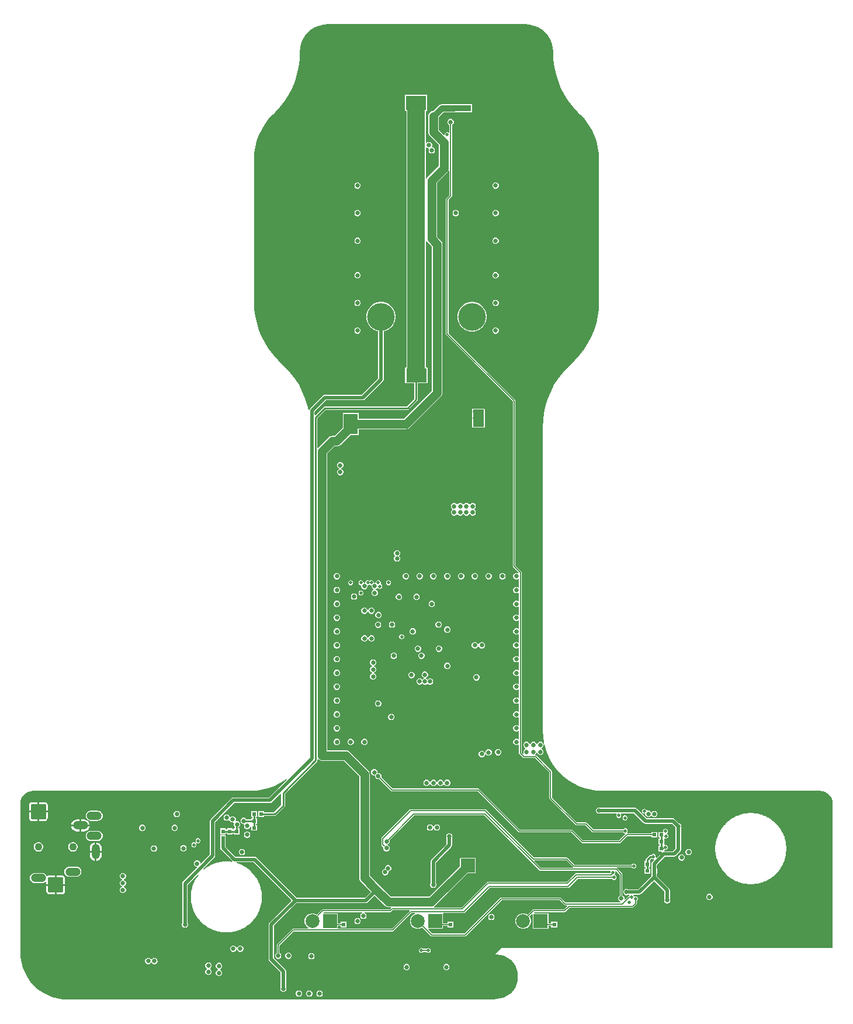
<source format=gbr>
%TF.GenerationSoftware,Altium Limited,Altium Designer,22.5.1 (42)*%
G04 Layer_Physical_Order=4*
G04 Layer_Color=15441517*
%FSLAX45Y45*%
%MOMM*%
%TF.SameCoordinates,09306DCC-7258-43E0-A79C-DC35209E08F8*%
%TF.FilePolarity,Positive*%
%TF.FileFunction,Copper,L4,Bot,Signal*%
%TF.Part,Single*%
G01*
G75*
%TA.AperFunction,Conductor*%
%ADD11C,0.12700*%
%ADD12C,0.50800*%
%TA.AperFunction,SMDPad,CuDef*%
%ADD15R,0.60000X0.55000*%
%ADD16R,0.55000X0.60000*%
%ADD25R,0.60000X0.60000*%
%ADD27R,0.60000X0.60000*%
%TA.AperFunction,Conductor*%
%ADD83C,0.25400*%
%ADD84C,0.20320*%
%ADD92C,1.27000*%
%TA.AperFunction,ComponentPad*%
%ADD98C,2.00000*%
%ADD99R,2.00000X2.00000*%
%ADD100C,1.10000*%
G04:AMPARAMS|DCode=101|XSize=2.2mm|YSize=2.2mm|CornerRadius=0.22mm|HoleSize=0mm|Usage=FLASHONLY|Rotation=180.000|XOffset=0mm|YOffset=0mm|HoleType=Round|Shape=RoundedRectangle|*
%AMROUNDEDRECTD101*
21,1,2.20000,1.76000,0,0,180.0*
21,1,1.76000,2.20000,0,0,180.0*
1,1,0.44000,-0.88000,0.88000*
1,1,0.44000,0.88000,0.88000*
1,1,0.44000,0.88000,-0.88000*
1,1,0.44000,-0.88000,-0.88000*
%
%ADD101ROUNDEDRECTD101*%
G04:AMPARAMS|DCode=102|XSize=2.2mm|YSize=1.2mm|CornerRadius=0.6mm|HoleSize=0mm|Usage=FLASHONLY|Rotation=180.000|XOffset=0mm|YOffset=0mm|HoleType=Round|Shape=RoundedRectangle|*
%AMROUNDEDRECTD102*
21,1,2.20000,0.00000,0,0,180.0*
21,1,1.00000,1.20000,0,0,180.0*
1,1,1.20000,-0.50000,0.00000*
1,1,1.20000,0.50000,0.00000*
1,1,1.20000,0.50000,0.00000*
1,1,1.20000,-0.50000,0.00000*
%
%ADD102ROUNDEDRECTD102*%
G04:AMPARAMS|DCode=103|XSize=2.2mm|YSize=1.2mm|CornerRadius=0.6mm|HoleSize=0mm|Usage=FLASHONLY|Rotation=90.000|XOffset=0mm|YOffset=0mm|HoleType=Round|Shape=RoundedRectangle|*
%AMROUNDEDRECTD103*
21,1,2.20000,0.00000,0,0,90.0*
21,1,1.00000,1.20000,0,0,90.0*
1,1,1.20000,0.00000,0.50000*
1,1,1.20000,0.00000,-0.50000*
1,1,1.20000,0.00000,-0.50000*
1,1,1.20000,0.00000,0.50000*
%
%ADD103ROUNDEDRECTD103*%
%TA.AperFunction,ViaPad*%
%ADD104C,6.50000*%
%TA.AperFunction,ComponentPad*%
%ADD105C,4.00000*%
%ADD106C,0.65000*%
%TA.AperFunction,ViaPad*%
%ADD107C,0.46000*%
%ADD108C,0.66000*%
%TA.AperFunction,Conductor*%
%ADD111C,0.88900*%
%ADD112C,2.54000*%
%ADD113R,2.99991X0.97000*%
%ADD114R,2.96238X2.06309*%
%ADD115R,2.06309X2.96238*%
%ADD116R,2.00000X2.00000*%
%ADD117R,1.57503X2.50000*%
G36*
X1489419Y5031729D02*
X1552253Y5016644D01*
X1611953Y4991916D01*
X1667049Y4958152D01*
X1716186Y4916186D01*
X1758152Y4867049D01*
X1791916Y4811953D01*
X1816644Y4752253D01*
X1831729Y4689419D01*
X1835803Y4637663D01*
X1835637Y4625000D01*
X1835637D01*
X1840285Y4518542D01*
X1854194Y4412894D01*
X1877258Y4308861D01*
X1909301Y4207233D01*
X1950079Y4108785D01*
X1999283Y4014266D01*
X2056537Y3924395D01*
X2121406Y3839856D01*
X2193397Y3761292D01*
X2193450Y3761345D01*
X2230606Y3724188D01*
X2232601Y3723362D01*
X2291816Y3658028D01*
X2345532Y3585601D01*
X2391890Y3508258D01*
X2430443Y3426743D01*
X2460822Y3341841D01*
X2482732Y3254371D01*
X2495963Y3165175D01*
X2500289Y3077106D01*
X2499463Y3075111D01*
Y3000000D01*
X2499462Y1013750D01*
X2500325Y1011667D01*
X2495874Y909706D01*
X2482280Y806454D01*
X2459739Y704779D01*
X2428423Y605456D01*
X2388569Y509240D01*
X2340481Y416864D01*
X2284525Y329031D01*
X2221127Y246409D01*
X2152177Y171163D01*
X2150095Y170301D01*
X2043449Y63655D01*
X2043396Y63709D01*
X1971406Y-14855D01*
X1906537Y-99395D01*
X1849282Y-189266D01*
X1800079Y-283785D01*
X1759300Y-382233D01*
X1727257Y-483861D01*
X1704193Y-587894D01*
X1690285Y-693542D01*
X1685637Y-800000D01*
X1685712D01*
X1685712Y-800000D01*
Y-5200000D01*
X1685765Y-5200128D01*
X1689920Y-5284711D01*
X1702365Y-5368605D01*
X1705665Y-5381781D01*
X1693573Y-5385776D01*
X1688743Y-5374113D01*
X1675887Y-5361257D01*
X1659090Y-5354300D01*
X1640910D01*
X1624113Y-5361257D01*
X1611257Y-5374113D01*
X1606873Y-5384697D01*
X1593127D01*
X1588743Y-5374113D01*
X1575887Y-5361257D01*
X1559090Y-5354300D01*
X1540910D01*
X1524113Y-5361257D01*
X1511257Y-5374113D01*
X1506873Y-5384697D01*
X1493127D01*
X1488743Y-5374113D01*
X1475887Y-5361257D01*
X1459090Y-5354300D01*
X1440909D01*
X1424113Y-5361257D01*
X1411257Y-5374113D01*
X1404300Y-5390909D01*
Y-5409090D01*
X1411257Y-5425887D01*
X1424113Y-5438742D01*
X1434697Y-5443127D01*
Y-5456873D01*
X1424113Y-5461257D01*
X1411257Y-5474113D01*
X1404300Y-5490910D01*
Y-5509090D01*
X1409245Y-5521030D01*
X1398479Y-5528224D01*
X1379933Y-5509678D01*
Y-2901301D01*
X1379933Y-2901299D01*
X1378455Y-2893866D01*
X1374244Y-2887565D01*
X1290619Y-2803939D01*
Y-416614D01*
X1289140Y-409181D01*
X1284930Y-402880D01*
X319423Y562627D01*
Y2491955D01*
X364235Y2536767D01*
X368446Y2543068D01*
X369924Y2550501D01*
Y3576432D01*
X376388Y3579109D01*
X389244Y3591965D01*
X396201Y3608761D01*
Y3626942D01*
X389244Y3643739D01*
X376388Y3656594D01*
X359591Y3663552D01*
X341411D01*
X324614Y3656594D01*
X311758Y3643739D01*
X304801Y3626942D01*
Y3608761D01*
X311758Y3591965D01*
X324614Y3579109D01*
X331078Y3576432D01*
Y3473394D01*
X326381Y3470132D01*
X318378Y3466903D01*
X307357Y3471467D01*
X293155D01*
X280034Y3466032D01*
X269991Y3455990D01*
X264556Y3442868D01*
Y3434449D01*
X251856Y3429189D01*
X174693Y3506352D01*
Y3694452D01*
X241288Y3761046D01*
X340987D01*
X350501Y3757106D01*
X650493D01*
X660213Y3761132D01*
X664239Y3770852D01*
Y3867852D01*
X660213Y3877573D01*
X650493Y3881599D01*
X350501D01*
X340812Y3877586D01*
X217151D01*
X194853Y3873150D01*
X175949Y3860519D01*
X91446Y3776017D01*
X77943Y3774239D01*
X59407Y3766561D01*
X43489Y3754347D01*
X31275Y3738429D01*
X23597Y3719892D01*
X20978Y3700000D01*
Y3474516D01*
X23597Y3454624D01*
X31275Y3436087D01*
X43489Y3420170D01*
X173644Y3290015D01*
Y2982337D01*
X17763Y2826457D01*
X5549Y2810539D01*
X3605Y2805845D01*
X-9095Y2808371D01*
Y3249104D01*
X3605Y3254364D01*
X10453Y3247516D01*
X27203Y3240578D01*
X27251Y3240556D01*
X34634Y3227859D01*
X30912Y3218873D01*
Y3200692D01*
X37870Y3183896D01*
X50725Y3171040D01*
X67522Y3164083D01*
X85703D01*
X102499Y3171040D01*
X115355Y3183896D01*
X122312Y3200692D01*
Y3218873D01*
X115355Y3235669D01*
X102499Y3248525D01*
X85749Y3255463D01*
X85701Y3255485D01*
X78318Y3268183D01*
X82040Y3277168D01*
Y3295349D01*
X75083Y3312146D01*
X62227Y3325001D01*
X45430Y3331959D01*
X27250D01*
X10453Y3325001D01*
X3605Y3318153D01*
X-9095Y3323414D01*
Y3779944D01*
X-3763D01*
X5957Y3783970D01*
X9983Y3793691D01*
Y4000000D01*
X5957Y4009720D01*
X-3763Y4013746D01*
X-300001D01*
X-309721Y4009720D01*
X-313747Y4000000D01*
Y3793691D01*
X-309721Y3783970D01*
X-300001Y3779944D01*
X-290906D01*
Y70055D01*
X-296237D01*
X-305958Y66029D01*
X-309984Y56309D01*
Y-150000D01*
X-305958Y-159720D01*
X-296237Y-163746D01*
X-175897D01*
Y-389273D01*
X-285065Y-498440D01*
X-1474337D01*
X-1484248Y-500411D01*
X-1492650Y-506025D01*
X-1610820Y-624195D01*
X-1622553Y-619335D01*
Y-576892D01*
X-1453678Y-408016D01*
X-919170D01*
X-904304Y-405059D01*
X-891702Y-396639D01*
X-632531Y-137468D01*
X-624111Y-124866D01*
X-621153Y-110000D01*
Y590860D01*
X-597958Y595474D01*
X-559249Y611508D01*
X-524412Y634785D01*
X-494785Y664412D01*
X-471508Y699249D01*
X-455474Y737958D01*
X-447300Y779051D01*
Y820949D01*
X-455474Y862042D01*
X-471508Y900751D01*
X-494785Y935588D01*
X-524412Y965215D01*
X-559249Y988492D01*
X-597958Y1004526D01*
X-639051Y1012700D01*
X-680949D01*
X-722042Y1004526D01*
X-760751Y988492D01*
X-795588Y965215D01*
X-825215Y935588D01*
X-848492Y900751D01*
X-864526Y862042D01*
X-872700Y820949D01*
Y779051D01*
X-864526Y737958D01*
X-848492Y699249D01*
X-825215Y664412D01*
X-795588Y634785D01*
X-760751Y611508D01*
X-722042Y595474D01*
X-698846Y590860D01*
Y-93909D01*
X-935261Y-330323D01*
X-1469768D01*
X-1484634Y-333281D01*
X-1497237Y-341701D01*
X-1688868Y-533333D01*
X-1697289Y-545935D01*
X-1698801Y-553539D01*
X-1711778Y-553680D01*
X-1727257Y-483861D01*
X-1759300Y-382233D01*
X-1800079Y-283785D01*
X-1849282Y-189266D01*
X-1906537Y-99395D01*
X-1971406Y-14855D01*
X-2043396Y63709D01*
X-2043449Y63655D01*
X-2150095Y170301D01*
X-2152177Y171163D01*
X-2221127Y246409D01*
X-2284525Y329031D01*
X-2340481Y416864D01*
X-2388569Y509240D01*
X-2428423Y605456D01*
X-2459739Y704779D01*
X-2482280Y806454D01*
X-2495874Y909706D01*
X-2500325Y1011667D01*
X-2499462Y1013750D01*
X-2499463Y3000000D01*
Y3075111D01*
X-2500289Y3077106D01*
X-2495963Y3165175D01*
X-2482732Y3254371D01*
X-2460822Y3341841D01*
X-2430443Y3426743D01*
X-2391890Y3508258D01*
X-2345532Y3585601D01*
X-2291816Y3658028D01*
X-2232601Y3723362D01*
X-2230606Y3724188D01*
X-2193450Y3761345D01*
X-2193397Y3761292D01*
X-2121406Y3839856D01*
X-2056537Y3924395D01*
X-1999283Y4014266D01*
X-1950079Y4108785D01*
X-1909301Y4207233D01*
X-1877258Y4308861D01*
X-1854194Y4412894D01*
X-1840285Y4518542D01*
X-1835637Y4625000D01*
X-1835637D01*
X-1835803Y4637663D01*
X-1831729Y4689419D01*
X-1816644Y4752253D01*
X-1791916Y4811953D01*
X-1758152Y4867049D01*
X-1716186Y4916186D01*
X-1667049Y4958152D01*
X-1611953Y4991916D01*
X-1552253Y5016644D01*
X-1489419Y5031729D01*
X-1427205Y5036626D01*
X-1425000Y5035712D01*
X1425000D01*
X1427205Y5036626D01*
X1489419Y5031729D01*
D02*
G37*
G36*
X5549Y1889461D02*
X17763Y1873543D01*
X73142Y1818165D01*
Y-270197D01*
X-329803Y-673142D01*
X-979944D01*
Y-603762D01*
X-983971Y-594042D01*
X-993691Y-590016D01*
X-1200000D01*
X-1209720Y-594042D01*
X-1213746Y-603762D01*
Y-805054D01*
X-1333033Y-924340D01*
X-1367124D01*
X-1387016Y-926958D01*
X-1405553Y-934636D01*
X-1421470Y-946851D01*
X-1571934Y-1097314D01*
X-1572002Y-1097403D01*
X-1584702Y-1093092D01*
Y-671327D01*
X-1463610Y-550235D01*
X-274338D01*
X-264427Y-548264D01*
X-256025Y-542650D01*
X-131687Y-418312D01*
X-126073Y-409910D01*
X-124102Y-400000D01*
Y-163746D01*
X0D01*
X9721Y-159720D01*
X13747Y-150000D01*
Y56309D01*
X9721Y66029D01*
X0Y70055D01*
X-9095D01*
Y1891629D01*
X3605Y1894155D01*
X5549Y1889461D01*
D02*
G37*
G36*
X331078Y2912722D02*
Y2558547D01*
X286266Y2513734D01*
X282055Y2507433D01*
X280577Y2500000D01*
Y554582D01*
X282055Y547149D01*
X286266Y540847D01*
X1251772Y-424660D01*
Y-2811985D01*
X1253251Y-2819418D01*
X1257461Y-2825719D01*
X1335466Y-2903724D01*
X1334493Y-2909062D01*
X1333565Y-2910132D01*
X1320337Y-2915898D01*
X1309592Y-2911447D01*
X1291411D01*
X1274614Y-2918405D01*
X1261759Y-2931260D01*
X1254801Y-2948057D01*
Y-2966238D01*
X1261759Y-2983034D01*
X1274614Y-2995890D01*
X1291411Y-3002847D01*
X1309592D01*
X1326388Y-2995890D01*
X1328387Y-2993891D01*
X1341087Y-2999152D01*
Y-3115143D01*
X1328387Y-3120404D01*
X1326389Y-3118406D01*
X1309593Y-3111449D01*
X1291412D01*
X1274615Y-3118406D01*
X1261760Y-3131262D01*
X1254802Y-3148058D01*
Y-3166239D01*
X1261760Y-3183036D01*
X1274615Y-3195891D01*
X1291412Y-3202849D01*
X1309593D01*
X1326389Y-3195891D01*
X1328387Y-3193894D01*
X1341087Y-3199154D01*
Y-3315143D01*
X1328387Y-3320404D01*
X1326388Y-3318405D01*
X1309592Y-3311448D01*
X1291411D01*
X1274614Y-3318405D01*
X1261759Y-3331261D01*
X1254801Y-3348057D01*
Y-3366238D01*
X1261759Y-3383034D01*
X1274614Y-3395890D01*
X1291411Y-3402847D01*
X1309592D01*
X1326388Y-3395890D01*
X1328387Y-3393891D01*
X1341087Y-3399152D01*
Y-3515143D01*
X1328387Y-3520403D01*
X1326388Y-3518405D01*
X1309592Y-3511447D01*
X1291411D01*
X1274614Y-3518405D01*
X1261759Y-3531260D01*
X1254801Y-3548057D01*
Y-3566238D01*
X1261759Y-3583034D01*
X1274614Y-3595890D01*
X1291411Y-3602847D01*
X1309592D01*
X1326388Y-3595890D01*
X1328387Y-3593891D01*
X1341087Y-3599152D01*
Y-3715143D01*
X1328387Y-3720404D01*
X1326388Y-3718405D01*
X1309592Y-3711447D01*
X1291411D01*
X1274614Y-3718405D01*
X1261759Y-3731261D01*
X1254801Y-3748057D01*
Y-3766238D01*
X1261759Y-3783034D01*
X1274614Y-3795890D01*
X1291411Y-3802847D01*
X1309592D01*
X1326388Y-3795890D01*
X1328387Y-3793891D01*
X1341087Y-3799152D01*
Y-3915143D01*
X1328387Y-3920403D01*
X1326388Y-3918405D01*
X1309592Y-3911447D01*
X1291411D01*
X1274614Y-3918405D01*
X1261759Y-3931260D01*
X1254801Y-3948057D01*
Y-3966238D01*
X1261759Y-3983034D01*
X1274614Y-3995890D01*
X1291411Y-4002847D01*
X1309592D01*
X1326388Y-3995890D01*
X1328387Y-3993891D01*
X1341087Y-3999152D01*
Y-4115143D01*
X1328387Y-4120404D01*
X1326388Y-4118405D01*
X1309592Y-4111448D01*
X1291411D01*
X1274614Y-4118405D01*
X1261759Y-4131261D01*
X1254801Y-4148057D01*
Y-4166238D01*
X1261759Y-4183035D01*
X1274614Y-4195890D01*
X1291411Y-4202848D01*
X1309592D01*
X1326388Y-4195890D01*
X1328387Y-4193892D01*
X1341087Y-4199152D01*
Y-4315143D01*
X1328387Y-4320404D01*
X1326388Y-4318405D01*
X1309592Y-4311448D01*
X1291411D01*
X1274614Y-4318405D01*
X1261759Y-4331261D01*
X1254801Y-4348057D01*
Y-4366238D01*
X1261759Y-4383034D01*
X1274614Y-4395890D01*
X1291411Y-4402847D01*
X1309592D01*
X1326388Y-4395890D01*
X1328387Y-4393891D01*
X1341087Y-4399152D01*
Y-4515143D01*
X1328387Y-4520403D01*
X1326388Y-4518405D01*
X1309592Y-4511447D01*
X1291411D01*
X1274614Y-4518405D01*
X1261759Y-4531260D01*
X1254801Y-4548057D01*
Y-4566238D01*
X1261759Y-4583034D01*
X1274614Y-4595890D01*
X1291411Y-4602847D01*
X1309592D01*
X1326388Y-4595890D01*
X1328387Y-4593891D01*
X1341087Y-4599152D01*
Y-4715143D01*
X1328387Y-4720404D01*
X1326388Y-4718405D01*
X1309592Y-4711448D01*
X1291411D01*
X1274614Y-4718405D01*
X1261759Y-4731261D01*
X1254801Y-4748057D01*
Y-4766238D01*
X1261759Y-4783034D01*
X1274614Y-4795890D01*
X1291411Y-4802847D01*
X1309592D01*
X1326388Y-4795890D01*
X1328387Y-4793891D01*
X1341087Y-4799152D01*
Y-4915143D01*
X1328387Y-4920403D01*
X1326388Y-4918405D01*
X1309592Y-4911447D01*
X1291411D01*
X1274614Y-4918405D01*
X1261759Y-4931260D01*
X1254801Y-4948057D01*
Y-4966238D01*
X1261759Y-4983034D01*
X1274614Y-4995890D01*
X1291411Y-5002847D01*
X1309592D01*
X1326388Y-4995890D01*
X1328387Y-4993891D01*
X1341087Y-4999152D01*
Y-5115143D01*
X1328387Y-5120404D01*
X1326388Y-5118405D01*
X1309592Y-5111447D01*
X1291411D01*
X1274614Y-5118405D01*
X1261759Y-5131261D01*
X1254801Y-5148057D01*
Y-5166238D01*
X1261759Y-5183034D01*
X1274614Y-5195890D01*
X1291411Y-5202847D01*
X1309592D01*
X1326388Y-5195890D01*
X1328387Y-5193891D01*
X1341087Y-5199152D01*
Y-5315143D01*
X1328387Y-5320403D01*
X1326388Y-5318405D01*
X1309592Y-5311447D01*
X1291411D01*
X1274614Y-5318405D01*
X1261759Y-5331260D01*
X1254801Y-5348057D01*
Y-5366238D01*
X1261759Y-5383034D01*
X1274614Y-5395890D01*
X1291411Y-5402847D01*
X1309592D01*
X1326388Y-5395890D01*
X1328387Y-5393891D01*
X1341087Y-5399152D01*
Y-5517724D01*
X1342566Y-5525157D01*
X1346776Y-5531458D01*
X1400084Y-5584766D01*
X1400084Y-5584766D01*
X1406386Y-5588977D01*
X1413819Y-5590455D01*
X1574078D01*
X1779043Y-5795420D01*
Y-6168174D01*
X1780521Y-6175607D01*
X1784732Y-6181908D01*
X2158022Y-6555198D01*
X2164323Y-6559408D01*
X2171756Y-6560887D01*
X2302291D01*
X2397994Y-6656590D01*
X2404295Y-6660800D01*
X2411728Y-6662279D01*
X2849669D01*
X2850000Y-6663078D01*
X2860043Y-6673121D01*
X2873164Y-6678555D01*
X2876015D01*
X2881276Y-6691255D01*
X2791954Y-6780577D01*
X2267724D01*
X2117628Y-6630481D01*
X2111327Y-6626271D01*
X2103894Y-6624792D01*
X1352261D01*
X763735Y-6036266D01*
X757433Y-6032055D01*
X750000Y-6030577D01*
X-491955D01*
X-656977Y-5865554D01*
X-654300Y-5859091D01*
Y-5840910D01*
X-661257Y-5824113D01*
X-674113Y-5811258D01*
X-690909Y-5804300D01*
X-700067D01*
X-709128Y-5804138D01*
X-711800Y-5792567D01*
Y-5785910D01*
X-718757Y-5769113D01*
X-731613Y-5756258D01*
X-748409Y-5749300D01*
X-766590D01*
X-783387Y-5756258D01*
X-796243Y-5769113D01*
X-803200Y-5785910D01*
Y-5804091D01*
X-796243Y-5820887D01*
X-783387Y-5833743D01*
X-766590Y-5840700D01*
X-757433D01*
X-748372Y-5840862D01*
X-745700Y-5852434D01*
Y-5859091D01*
X-738742Y-5875887D01*
X-725887Y-5888743D01*
X-709090Y-5895700D01*
X-690909D01*
X-684446Y-5893023D01*
X-513734Y-6063734D01*
X-507433Y-6067945D01*
X-500000Y-6069423D01*
X741955D01*
X1330481Y-6657949D01*
X1330481Y-6657950D01*
X1336783Y-6662160D01*
X1344215Y-6663639D01*
X1344217Y-6663638D01*
X2095849D01*
X2245945Y-6813734D01*
X2252246Y-6817945D01*
X2259679Y-6819423D01*
X2800000D01*
X2807433Y-6817945D01*
X2813734Y-6813734D01*
X2908045Y-6719423D01*
X3257300D01*
Y-6740200D01*
X3342700D01*
Y-6659800D01*
X3257300D01*
Y-6680577D01*
X2910992D01*
X2905731Y-6667877D01*
X2910530Y-6663078D01*
X2915965Y-6649956D01*
Y-6635754D01*
X2910530Y-6622633D01*
X2900488Y-6612590D01*
X2887366Y-6607155D01*
X2873164D01*
X2860043Y-6612590D01*
X2850000Y-6622633D01*
X2849669Y-6623432D01*
X2419773D01*
X2324070Y-6527729D01*
X2317769Y-6523519D01*
X2310336Y-6522040D01*
X2179801D01*
X1817889Y-6160128D01*
Y-5787375D01*
X1816411Y-5779942D01*
X1812200Y-5773641D01*
X1595857Y-5557298D01*
X1589556Y-5553087D01*
X1582123Y-5551609D01*
X1578012D01*
X1575485Y-5538909D01*
X1575887Y-5538743D01*
X1588743Y-5525887D01*
X1593127Y-5515302D01*
X1606873D01*
X1611257Y-5525887D01*
X1624113Y-5538743D01*
X1640910Y-5545700D01*
X1659090D01*
X1675887Y-5538743D01*
X1688743Y-5525887D01*
X1695700Y-5509090D01*
Y-5490910D01*
X1688743Y-5474113D01*
X1675887Y-5461257D01*
X1665302Y-5456873D01*
Y-5443127D01*
X1675887Y-5438742D01*
X1688743Y-5425887D01*
X1695700Y-5409090D01*
Y-5394265D01*
X1708400Y-5392699D01*
X1722973Y-5450876D01*
X1751545Y-5530731D01*
X1787807Y-5607401D01*
X1831410Y-5680147D01*
X1881932Y-5748269D01*
X1938889Y-5811111D01*
X2001731Y-5868068D01*
X2069853Y-5918590D01*
X2142599Y-5962193D01*
X2219269Y-5998455D01*
X2299124Y-6027027D01*
X2381395Y-6047635D01*
X2465289Y-6060080D01*
X2549872Y-6064235D01*
X2550000Y-6064288D01*
X5700000D01*
X5701396Y-6063710D01*
X5736370Y-6067155D01*
X5771343Y-6077764D01*
X5803574Y-6094991D01*
X5831824Y-6118176D01*
X5855009Y-6146426D01*
X5872236Y-6178657D01*
X5882845Y-6213630D01*
X5886290Y-6248604D01*
X5885712Y-6250000D01*
Y-8340151D01*
X1084849D01*
X1000000Y-8425000D01*
Y-9085712D01*
X-5200000D01*
X-5201909Y-9086503D01*
X-5276876Y-9082293D01*
X-5352785Y-9069395D01*
X-5426773Y-9048080D01*
X-5497909Y-9018614D01*
X-5565298Y-8981369D01*
X-5628094Y-8936813D01*
X-5685507Y-8885506D01*
X-5736813Y-8828094D01*
X-5781369Y-8765298D01*
X-5818614Y-8697909D01*
X-5848080Y-8626773D01*
X-5869395Y-8552785D01*
X-5882293Y-8476876D01*
X-5886503Y-8401909D01*
X-5885712Y-8400000D01*
Y-6250000D01*
X-5886290Y-6248604D01*
X-5882845Y-6213630D01*
X-5872236Y-6178657D01*
X-5855009Y-6146426D01*
X-5831824Y-6118176D01*
X-5803574Y-6094991D01*
X-5771343Y-6077764D01*
X-5736370Y-6067155D01*
X-5701396Y-6063710D01*
X-5700000Y-6064288D01*
X-2550000D01*
X-2549872Y-6064235D01*
X-2465289Y-6060080D01*
X-2381395Y-6047635D01*
X-2299124Y-6027027D01*
X-2219269Y-5998455D01*
X-2142599Y-5962193D01*
X-2069853Y-5918590D01*
X-2031053Y-5889814D01*
X-2022735Y-5899457D01*
X-2284432Y-6161154D01*
X-2800000D01*
X-2814866Y-6164111D01*
X-2827469Y-6172531D01*
X-3127468Y-6472531D01*
X-3135889Y-6485134D01*
X-3138846Y-6500000D01*
Y-6988166D01*
X-3267907Y-7117227D01*
X-3280607Y-7111966D01*
Y-7106769D01*
X-3287564Y-7089972D01*
X-3300420Y-7077117D01*
X-3317217Y-7070159D01*
X-3335397D01*
X-3352194Y-7077117D01*
X-3365050Y-7089972D01*
X-3372007Y-7106769D01*
Y-7124950D01*
X-3365050Y-7141746D01*
X-3352194Y-7154602D01*
X-3335397Y-7161559D01*
X-3330200D01*
X-3324940Y-7174259D01*
X-3527469Y-7376788D01*
X-3535890Y-7389391D01*
X-3538847Y-7404257D01*
Y-7974364D01*
X-3545700Y-7990910D01*
Y-8009090D01*
X-3538743Y-8025887D01*
X-3525887Y-8038743D01*
X-3509091Y-8045700D01*
X-3490910D01*
X-3474113Y-8038743D01*
X-3461257Y-8025887D01*
X-3454300Y-8009090D01*
Y-7990910D01*
X-3461154Y-7974364D01*
Y-7420348D01*
X-3308860Y-7268054D01*
X-3299291Y-7276445D01*
X-3302431Y-7280538D01*
X-3308022Y-7286914D01*
X-3312733Y-7293964D01*
X-3327533Y-7313251D01*
X-3327778Y-7314168D01*
X-3328532Y-7314746D01*
X-3340687Y-7335800D01*
X-3345398Y-7342850D01*
X-3349148Y-7350454D01*
X-3361303Y-7371508D01*
X-3361427Y-7372450D01*
X-3362099Y-7373121D01*
X-3371402Y-7395580D01*
X-3375152Y-7403186D01*
X-3377878Y-7411215D01*
X-3387181Y-7433675D01*
Y-7434624D01*
X-3387759Y-7435378D01*
X-3394052Y-7458863D01*
X-3396777Y-7466889D01*
X-3398430Y-7475201D01*
X-3404723Y-7498688D01*
X-3404599Y-7499629D01*
X-3405074Y-7500452D01*
X-3408248Y-7524559D01*
X-3409901Y-7532870D01*
X-3410455Y-7541326D01*
X-3413629Y-7565434D01*
X-3413384Y-7566352D01*
X-3413747Y-7567229D01*
X-3413747Y-7591542D01*
X-3414301Y-7600000D01*
X-3413747Y-7608458D01*
X-3413747Y-7632772D01*
X-3413384Y-7633649D01*
X-3413629Y-7634566D01*
X-3410455Y-7658678D01*
X-3409901Y-7667130D01*
X-3408249Y-7675436D01*
X-3405074Y-7699549D01*
X-3404599Y-7700372D01*
X-3404723Y-7701313D01*
X-3398428Y-7724807D01*
X-3396777Y-7733111D01*
X-3394055Y-7741129D01*
X-3387760Y-7764624D01*
X-3387181Y-7765377D01*
Y-7766326D01*
X-3377874Y-7788796D01*
X-3375152Y-7796814D01*
X-3371407Y-7804409D01*
X-3362099Y-7826881D01*
X-3361428Y-7827552D01*
X-3361304Y-7828493D01*
X-3349141Y-7849559D01*
X-3345398Y-7857150D01*
X-3340695Y-7864188D01*
X-3328532Y-7885256D01*
X-3327779Y-7885834D01*
X-3327533Y-7886751D01*
X-3312724Y-7906049D01*
X-3308022Y-7913087D01*
X-3302441Y-7919451D01*
X-3287632Y-7938750D01*
X-3286810Y-7939224D01*
X-3286447Y-7940102D01*
X-3269246Y-7957303D01*
X-3263666Y-7963666D01*
X-3257303Y-7969246D01*
X-3240100Y-7986448D01*
X-3239223Y-7986812D01*
X-3238748Y-7987634D01*
X-3219448Y-8002443D01*
X-3213087Y-8008022D01*
X-3206049Y-8012725D01*
X-3186749Y-8027534D01*
X-3185832Y-8027779D01*
X-3185254Y-8028533D01*
X-3164191Y-8040694D01*
X-3157151Y-8045398D01*
X-3149556Y-8049143D01*
X-3128492Y-8061304D01*
X-3127550Y-8061428D01*
X-3126879Y-8062100D01*
X-3104409Y-8071407D01*
X-3096814Y-8075152D01*
X-3088795Y-8077875D01*
X-3066324Y-8087182D01*
X-3065375D01*
X-3064622Y-8087760D01*
X-3041130Y-8094054D01*
X-3033111Y-8096777D01*
X-3024804Y-8098429D01*
X-3001311Y-8104724D01*
X-3000370Y-8104600D01*
X-2999547Y-8105074D01*
X-2975438Y-8108248D01*
X-2967130Y-8109901D01*
X-2958675Y-8110455D01*
X-2934565Y-8113629D01*
X-2933648Y-8113384D01*
X-2932770Y-8113747D01*
X-2908458Y-8113747D01*
X-2900000Y-8114301D01*
X-2891543Y-8113747D01*
X-2867227Y-8113747D01*
X-2866350Y-8113384D01*
X-2865433Y-8113629D01*
X-2841313Y-8110454D01*
X-2832870Y-8109901D01*
X-2824576Y-8108251D01*
X-2800450Y-8105075D01*
X-2799628Y-8104601D01*
X-2798686Y-8104724D01*
X-2775173Y-8098424D01*
X-2766889Y-8096777D01*
X-2758892Y-8094062D01*
X-2735376Y-8087761D01*
X-2734623Y-8087183D01*
X-2733673D01*
X-2711177Y-8077865D01*
X-2703186Y-8075152D01*
X-2695618Y-8071420D01*
X-2673119Y-8062101D01*
X-2672448Y-8061430D01*
X-2671506Y-8061306D01*
X-2650413Y-8049128D01*
X-2642849Y-8045398D01*
X-2635838Y-8040713D01*
X-2614744Y-8028534D01*
X-2614166Y-8027781D01*
X-2613249Y-8027535D01*
X-2593922Y-8012705D01*
X-2586914Y-8008022D01*
X-2580577Y-8002465D01*
X-2561249Y-7987635D01*
X-2560775Y-7986813D01*
X-2559897Y-7986449D01*
X-2542672Y-7969224D01*
X-2536334Y-7963666D01*
X-2530777Y-7957329D01*
X-2513551Y-7940103D01*
X-2513188Y-7939226D01*
X-2512366Y-7938751D01*
X-2497536Y-7919425D01*
X-2491978Y-7913087D01*
X-2487294Y-7906077D01*
X-2472465Y-7886752D01*
X-2472220Y-7885835D01*
X-2471466Y-7885257D01*
X-2459289Y-7864164D01*
X-2454602Y-7857150D01*
X-2450871Y-7849583D01*
X-2438695Y-7828494D01*
X-2438571Y-7827553D01*
X-2437900Y-7826882D01*
X-2428583Y-7804390D01*
X-2424848Y-7796814D01*
X-2422133Y-7788815D01*
X-2412818Y-7766327D01*
Y-7765377D01*
X-2412240Y-7764624D01*
X-2405942Y-7741119D01*
X-2403224Y-7733111D01*
X-2401573Y-7724814D01*
X-2395277Y-7701314D01*
X-2395401Y-7700372D01*
X-2394926Y-7699550D01*
X-2391752Y-7675439D01*
X-2390099Y-7667130D01*
X-2389545Y-7658672D01*
X-2386372Y-7634567D01*
X-2386617Y-7633650D01*
X-2386254Y-7632773D01*
X-2386254Y-7608473D01*
X-2385699Y-7600000D01*
X-2386254Y-7591527D01*
X-2386254Y-7567230D01*
X-2386618Y-7566353D01*
X-2386372Y-7565435D01*
X-2389544Y-7541336D01*
X-2390099Y-7532870D01*
X-2391754Y-7524551D01*
X-2394926Y-7500453D01*
X-2395401Y-7499630D01*
X-2395277Y-7498689D01*
X-2401569Y-7475206D01*
X-2403224Y-7466889D01*
X-2405949Y-7458861D01*
X-2412241Y-7435379D01*
X-2412818Y-7434626D01*
Y-7433676D01*
X-2422123Y-7411211D01*
X-2424848Y-7403186D01*
X-2428596Y-7395586D01*
X-2437900Y-7373122D01*
X-2438572Y-7372450D01*
X-2438696Y-7371509D01*
X-2450856Y-7350447D01*
X-2454602Y-7342850D01*
X-2459308Y-7335808D01*
X-2471467Y-7314746D01*
X-2472220Y-7314168D01*
X-2472466Y-7313251D01*
X-2487274Y-7293953D01*
X-2491978Y-7286914D01*
X-2497560Y-7280548D01*
X-2512367Y-7261252D01*
X-2513189Y-7260777D01*
X-2513552Y-7259900D01*
X-2530750Y-7242702D01*
X-2536334Y-7236334D01*
X-2542701Y-7230751D01*
X-2559898Y-7213553D01*
X-2560776Y-7213190D01*
X-2561250Y-7212368D01*
X-2580547Y-7197561D01*
X-2586914Y-7191978D01*
X-2593954Y-7187273D01*
X-2613250Y-7172467D01*
X-2614166Y-7172222D01*
X-2614745Y-7171469D01*
X-2635806Y-7159309D01*
X-2642849Y-7154602D01*
X-2650447Y-7150856D01*
X-2671507Y-7138697D01*
X-2672448Y-7138573D01*
X-2673120Y-7137901D01*
X-2695587Y-7128595D01*
X-2703186Y-7124848D01*
X-2711210Y-7122124D01*
X-2733674Y-7112819D01*
X-2734623D01*
X-2735377Y-7112241D01*
X-2749520Y-7108451D01*
X-2747848Y-7095751D01*
X-2509185D01*
X-1955067Y-7649870D01*
X-2277469Y-7972272D01*
X-2285890Y-7984875D01*
X-2288847Y-7999741D01*
Y-8500000D01*
X-2285890Y-8514866D01*
X-2277469Y-8527469D01*
X-2113846Y-8691091D01*
Y-8904364D01*
X-2120700Y-8920910D01*
Y-8939091D01*
X-2113742Y-8955887D01*
X-2100887Y-8968743D01*
X-2084090Y-8975700D01*
X-2065909D01*
X-2049113Y-8968743D01*
X-2036257Y-8955887D01*
X-2029300Y-8939091D01*
Y-8920910D01*
X-2036153Y-8904364D01*
Y-8675000D01*
X-2039110Y-8660135D01*
X-2047531Y-8647532D01*
X-2211154Y-8483909D01*
Y-8015831D01*
X-1884168Y-7688846D01*
X-876731D01*
X-861865Y-7685889D01*
X-849262Y-7677469D01*
X-751878Y-7580084D01*
X-604347Y-7727615D01*
X-604347Y-7727616D01*
X-588429Y-7739830D01*
X-569892Y-7747508D01*
X-550000Y-7750127D01*
X-549998Y-7750127D01*
X-520680D01*
X-515420Y-7762827D01*
X-533169Y-7780577D01*
X-1504000D01*
X-1511433Y-7782055D01*
X-1517734Y-7786266D01*
X-1588912Y-7857444D01*
X-1610499Y-7844980D01*
X-1639163Y-7837300D01*
X-1668837D01*
X-1697501Y-7844980D01*
X-1723199Y-7859817D01*
X-1744182Y-7880800D01*
X-1759020Y-7906499D01*
X-1766700Y-7935163D01*
Y-7964837D01*
X-1759020Y-7993500D01*
X-1744182Y-8019199D01*
X-1723199Y-8040182D01*
X-1711710Y-8046816D01*
X-1715113Y-8059516D01*
X-1928939D01*
X-1936372Y-8060995D01*
X-1942673Y-8065205D01*
X-2163734Y-8286266D01*
X-2167945Y-8292567D01*
X-2169423Y-8300000D01*
Y-8408580D01*
X-2175887Y-8411257D01*
X-2188743Y-8424113D01*
X-2195700Y-8440910D01*
Y-8459091D01*
X-2188743Y-8475887D01*
X-2175887Y-8488743D01*
X-2159090Y-8495700D01*
X-2140910D01*
X-2124113Y-8488743D01*
X-2111257Y-8475887D01*
X-2104300Y-8459091D01*
Y-8440910D01*
X-2111257Y-8424113D01*
X-2124113Y-8411257D01*
X-2130577Y-8408580D01*
Y-8308046D01*
X-1920894Y-8098362D01*
X-493311D01*
X-485878Y-8096884D01*
X-479577Y-8092673D01*
X-217903Y-7830999D01*
X-167391D01*
X-165719Y-7843699D01*
X-170501Y-7844980D01*
X-196200Y-7859818D01*
X-217182Y-7880801D01*
X-232020Y-7906500D01*
X-239700Y-7935163D01*
Y-7964837D01*
X-232020Y-7993501D01*
X-217182Y-8019200D01*
X-196200Y-8040183D01*
X-170501Y-8055020D01*
X-141837Y-8062700D01*
X-112163D01*
X-83499Y-8055020D01*
X-61912Y-8042556D01*
X59266Y-8163734D01*
X65567Y-8167945D01*
X73000Y-8169423D01*
X558166D01*
X565599Y-8167945D01*
X571900Y-8163734D01*
X1088421Y-7647213D01*
X1927908D01*
X1994429Y-7713734D01*
X2000730Y-7717944D01*
X2008163Y-7719423D01*
X2035148D01*
X2040408Y-7732123D01*
X1991955Y-7780577D01*
X1550000D01*
X1542567Y-7782055D01*
X1536266Y-7786266D01*
X1536265Y-7786266D01*
X1465088Y-7857443D01*
X1443501Y-7844980D01*
X1414838Y-7837300D01*
X1385163D01*
X1356500Y-7844980D01*
X1330801Y-7859817D01*
X1309818Y-7880800D01*
X1294981Y-7906499D01*
X1287300Y-7935162D01*
Y-7964837D01*
X1294981Y-7993500D01*
X1309818Y-8019199D01*
X1330801Y-8040182D01*
X1356500Y-8055019D01*
X1385163Y-8062700D01*
X1414838D01*
X1443501Y-8055019D01*
X1469200Y-8040182D01*
X1490183Y-8019199D01*
X1505020Y-7993500D01*
X1512701Y-7964837D01*
Y-7935162D01*
X1505020Y-7906499D01*
X1492557Y-7884912D01*
X1528600Y-7848868D01*
X1541300Y-7854128D01*
Y-8062700D01*
X1766701D01*
Y-8019423D01*
X1807300D01*
Y-8040199D01*
X1892700D01*
Y-7959800D01*
X1807300D01*
Y-7980576D01*
X1766701D01*
Y-7837300D01*
X1566776D01*
X1560415Y-7824600D01*
X1564286Y-7819423D01*
X2000000D01*
X2007433Y-7817944D01*
X2013734Y-7813734D01*
X2073462Y-7754007D01*
X2987309D01*
X2994742Y-7752528D01*
X3001043Y-7748318D01*
X3043704Y-7705657D01*
X3047914Y-7699356D01*
X3049393Y-7691923D01*
X3049393Y-7691922D01*
Y-7657286D01*
X3050192Y-7656955D01*
X3060235Y-7646912D01*
X3065670Y-7633791D01*
Y-7619589D01*
X3060235Y-7606467D01*
X3050192Y-7596424D01*
X3037071Y-7590990D01*
X3022869D01*
X3009748Y-7596424D01*
X3003030Y-7586507D01*
X3002166Y-7584422D01*
X2997025Y-7579281D01*
X3002285Y-7566581D01*
X3085563D01*
X3100428Y-7563624D01*
X3113031Y-7555203D01*
X3298528Y-7369706D01*
X3449679Y-7520857D01*
Y-7622108D01*
X3442825Y-7638654D01*
Y-7656834D01*
X3449783Y-7673631D01*
X3462638Y-7686487D01*
X3479435Y-7693444D01*
X3497616D01*
X3514412Y-7686487D01*
X3527268Y-7673631D01*
X3534225Y-7656834D01*
Y-7638654D01*
X3527372Y-7622108D01*
Y-7504766D01*
X3524415Y-7489900D01*
X3515994Y-7477297D01*
X3337375Y-7298678D01*
Y-7264264D01*
X3341228D01*
Y-7183864D01*
X3337375D01*
Y-7136485D01*
X3457279Y-7016581D01*
X3588201D01*
X3603067Y-7013624D01*
X3615670Y-7005203D01*
X3675997Y-6944876D01*
X3684418Y-6932273D01*
X3687375Y-6917408D01*
Y-6603371D01*
X3694228Y-6586825D01*
Y-6568644D01*
X3687271Y-6551847D01*
X3674415Y-6538992D01*
X3657869Y-6532138D01*
X3599477Y-6473746D01*
X3586874Y-6465325D01*
X3572008Y-6462368D01*
X3188099D01*
X3048262Y-6322531D01*
X3035660Y-6314111D01*
X3020794Y-6311153D01*
X2525636D01*
X2509090Y-6304300D01*
X2490910D01*
X2474113Y-6311257D01*
X2461257Y-6324113D01*
X2454300Y-6340910D01*
Y-6359090D01*
X2461257Y-6375887D01*
X2474113Y-6388743D01*
X2490910Y-6395700D01*
X2509090D01*
X2525636Y-6388847D01*
X2749916D01*
X2756022Y-6400701D01*
X2750587Y-6413822D01*
Y-6428024D01*
X2756022Y-6441146D01*
X2766064Y-6451189D01*
X2779186Y-6456623D01*
X2793388D01*
X2806509Y-6451189D01*
X2816552Y-6441146D01*
X2821987Y-6428024D01*
Y-6413822D01*
X2816552Y-6400701D01*
X2822658Y-6388847D01*
X3004703D01*
X3144540Y-6528683D01*
X3157143Y-6537104D01*
X3172008Y-6540061D01*
X3555918D01*
X3602932Y-6587076D01*
X3609682Y-6603371D01*
Y-6901317D01*
X3572111Y-6938888D01*
X3442707D01*
Y-6922526D01*
X3453675Y-6916072D01*
X3467877D01*
X3480999Y-6910637D01*
X3491041Y-6900594D01*
X3496476Y-6887473D01*
Y-6873270D01*
X3491041Y-6860149D01*
X3480999Y-6850106D01*
X3467877Y-6844672D01*
X3453675D01*
X3453521Y-6844735D01*
X3442700Y-6835471D01*
Y-6761165D01*
X3451840Y-6751204D01*
X3460617Y-6754840D01*
X3474819D01*
X3487941Y-6749405D01*
X3497983Y-6739362D01*
X3503418Y-6726241D01*
Y-6712039D01*
X3497983Y-6698918D01*
X3488773Y-6689707D01*
X3487899Y-6688171D01*
X3487105Y-6674782D01*
X3492798Y-6669089D01*
X3498233Y-6655967D01*
Y-6641765D01*
X3492798Y-6628644D01*
X3482755Y-6618601D01*
X3469634Y-6613166D01*
X3455432D01*
X3442310Y-6618601D01*
X3432268Y-6628644D01*
X3426833Y-6641765D01*
Y-6655967D01*
X3424272Y-6659800D01*
X3357300D01*
Y-6740200D01*
X3374102D01*
Y-6759800D01*
X3357300D01*
Y-6840200D01*
X3374102D01*
Y-6857300D01*
X3357307D01*
Y-6942700D01*
X3403325D01*
X3408585Y-6955400D01*
X3332250Y-7031735D01*
X3321483Y-7024542D01*
X3322242Y-7022709D01*
Y-7008507D01*
X3316807Y-6995385D01*
X3306765Y-6985343D01*
X3293643Y-6979908D01*
X3279441D01*
X3266320Y-6985343D01*
X3261952Y-6989710D01*
X3246290D01*
X3236379Y-6991681D01*
X3227977Y-6997295D01*
X3180216Y-7045057D01*
X3174602Y-7053459D01*
X3172630Y-7063369D01*
Y-7081364D01*
X3155828D01*
Y-7166764D01*
X3172630D01*
Y-7183864D01*
X3155828D01*
Y-7264264D01*
X3241228D01*
Y-7183864D01*
X3224426D01*
Y-7166764D01*
X3241228D01*
Y-7081364D01*
X3235118D01*
X3229858Y-7068664D01*
X3257017Y-7041505D01*
X3261952D01*
X3266320Y-7045873D01*
X3279441Y-7051308D01*
X3293643D01*
X3295476Y-7050549D01*
X3302670Y-7061315D01*
X3271059Y-7092926D01*
X3262639Y-7105528D01*
X3259682Y-7120394D01*
Y-7183864D01*
X3255828D01*
Y-7264264D01*
X3259682D01*
Y-7298678D01*
X3069472Y-7488888D01*
X2924164D01*
X2907619Y-7482034D01*
X2889438D01*
X2872641Y-7488992D01*
X2859785Y-7501847D01*
X2852828Y-7518644D01*
Y-7536825D01*
X2859785Y-7553621D01*
X2872641Y-7566477D01*
X2889438Y-7573434D01*
X2907619D01*
X2924164Y-7566581D01*
X2934118D01*
X2940520Y-7579281D01*
X2936125Y-7585222D01*
X2934894D01*
X2927461Y-7586700D01*
X2921160Y-7590911D01*
X2877697Y-7634373D01*
X2872904Y-7632833D01*
X2865964Y-7628146D01*
Y-7612424D01*
X2859007Y-7595628D01*
X2846151Y-7582772D01*
X2839687Y-7580095D01*
Y-7270264D01*
X2838209Y-7262831D01*
X2833998Y-7256530D01*
X2763734Y-7186266D01*
X2760447Y-7184069D01*
X2763852Y-7171369D01*
X2972635D01*
X2972966Y-7172169D01*
X2983009Y-7182211D01*
X2996130Y-7187646D01*
X3010332D01*
X3023454Y-7182211D01*
X3033496Y-7172169D01*
X3038931Y-7159047D01*
Y-7144845D01*
X3033496Y-7131724D01*
X3023454Y-7121681D01*
X3010332Y-7116246D01*
X2996130D01*
X2983009Y-7121681D01*
X2972966Y-7131724D01*
X2972635Y-7132523D01*
X2143562D01*
X2047305Y-7036266D01*
X2041004Y-7032056D01*
X2033570Y-7030577D01*
X1558045D01*
X863734Y-6336266D01*
X857433Y-6332055D01*
X850000Y-6330577D01*
X-228625D01*
X-228627Y-6330577D01*
X-236059Y-6332055D01*
X-242361Y-6336266D01*
X-648062Y-6741967D01*
X-652272Y-6748268D01*
X-653751Y-6755701D01*
Y-6840610D01*
X-652272Y-6848043D01*
X-648062Y-6854344D01*
X-623022Y-6879385D01*
X-625699Y-6885848D01*
Y-6904029D01*
X-618742Y-6920825D01*
X-605886Y-6933681D01*
X-589089Y-6940638D01*
X-570909D01*
X-554112Y-6933681D01*
X-541256Y-6920825D01*
X-534299Y-6904029D01*
Y-6885848D01*
X-541256Y-6869052D01*
X-554112Y-6856196D01*
X-564696Y-6851812D01*
Y-6838065D01*
X-554112Y-6833681D01*
X-541256Y-6820826D01*
X-534299Y-6804029D01*
Y-6785848D01*
X-536976Y-6779385D01*
X-177015Y-6419423D01*
X841955D01*
X1636266Y-7213734D01*
X1642567Y-7217945D01*
X1650000Y-7219423D01*
X2662129D01*
X2665268Y-7223698D01*
X2668763Y-7232123D01*
X2664300Y-7242899D01*
Y-7257101D01*
X2664211Y-7257234D01*
X2166344D01*
X2158911Y-7258712D01*
X2152610Y-7262922D01*
X2033273Y-7382259D01*
X887120D01*
X879687Y-7383738D01*
X873386Y-7387948D01*
X510097Y-7751238D01*
X115285D01*
X112303Y-7744679D01*
X111783Y-7738538D01*
X126016Y-7727616D01*
X594947Y-7258685D01*
X700001D01*
X709722Y-7254659D01*
X713748Y-7244939D01*
Y-7044938D01*
X709722Y-7035218D01*
X700001Y-7031192D01*
X500001D01*
X490281Y-7035218D01*
X486255Y-7044938D01*
Y-7149991D01*
X39834Y-7596412D01*
X-518165D01*
X-670653Y-7443923D01*
X-823142Y-7291434D01*
Y-5821595D01*
X-823142Y-5821593D01*
X-825761Y-5801701D01*
X-833439Y-5783164D01*
X-845653Y-5767247D01*
X-845654Y-5767246D01*
X-1117246Y-5495653D01*
X-1133164Y-5483439D01*
X-1151701Y-5475761D01*
X-1171593Y-5473142D01*
X-1440730D01*
Y-1183496D01*
X-1335288Y-1078055D01*
X-1301197D01*
X-1281305Y-1075436D01*
X-1262768Y-1067758D01*
X-1246850Y-1055544D01*
X-1105053Y-913746D01*
X-993691D01*
X-983971Y-909720D01*
X-979944Y-900000D01*
Y-826858D01*
X-297967D01*
X-278075Y-824239D01*
X-259538Y-816561D01*
X-243621Y-804347D01*
X204347Y-356379D01*
X216561Y-340462D01*
X224239Y-321925D01*
X226858Y-302033D01*
Y1850000D01*
X224239Y1869892D01*
X216561Y1888429D01*
X204347Y1904347D01*
X148968Y1959726D01*
Y2740274D01*
X304848Y2896155D01*
X317062Y2912072D01*
X318378Y2915249D01*
X331078Y2912722D01*
D02*
G37*
G36*
X-1571934Y-5604347D02*
X-1556016Y-5616561D01*
X-1537480Y-5624239D01*
X-1517587Y-5626858D01*
X-1203429D01*
X-976858Y-5853428D01*
Y-7323269D01*
X-974239Y-7343162D01*
X-966561Y-7361698D01*
X-954347Y-7377616D01*
X-806815Y-7525147D01*
X-892821Y-7611153D01*
X-1883909D01*
X-2465626Y-7029436D01*
X-2478229Y-7021015D01*
X-2493095Y-7018058D01*
X-2766686D01*
X-2911153Y-6873591D01*
Y-6792699D01*
X-2909800D01*
Y-6707299D01*
X-2990200D01*
Y-6792699D01*
X-2988846D01*
Y-6889681D01*
X-2985889Y-6904547D01*
X-2977469Y-6917150D01*
X-2814329Y-7080290D01*
X-2820261Y-7092319D01*
X-2824555Y-7091753D01*
X-2832870Y-7090099D01*
X-2841333Y-7089544D01*
X-2865433Y-7086372D01*
X-2866350Y-7086617D01*
X-2867228Y-7086254D01*
X-2891530Y-7086254D01*
X-2900000Y-7085699D01*
X-2908470Y-7086254D01*
X-2932771Y-7086254D01*
X-2933648Y-7086617D01*
X-2934566Y-7086372D01*
X-2958663Y-7089544D01*
X-2967130Y-7090099D01*
X-2975452Y-7091754D01*
X-2999548Y-7094927D01*
X-3000371Y-7095402D01*
X-3001312Y-7095278D01*
X-3024789Y-7101568D01*
X-3033111Y-7103224D01*
X-3041145Y-7105951D01*
X-3064622Y-7112241D01*
X-3065375Y-7112819D01*
X-3066325D01*
X-3088778Y-7122120D01*
X-3096814Y-7124848D01*
X-3104427Y-7128602D01*
X-3126879Y-7137902D01*
X-3127551Y-7138573D01*
X-3128492Y-7138697D01*
X-3149540Y-7150849D01*
X-3157151Y-7154602D01*
X-3164206Y-7159316D01*
X-3185254Y-7171469D01*
X-3185832Y-7172222D01*
X-3186749Y-7172468D01*
X-3206033Y-7187265D01*
X-3213087Y-7191978D01*
X-3219464Y-7197571D01*
X-3223556Y-7200711D01*
X-3231948Y-7191142D01*
X-3072531Y-7031725D01*
X-3064110Y-7019123D01*
X-3061153Y-7004257D01*
Y-6516091D01*
X-2783909Y-6238847D01*
X-2268341D01*
X-2253475Y-6235889D01*
X-2240873Y-6227469D01*
X-2117199Y-6103795D01*
X-2104499Y-6109055D01*
Y-6267874D01*
X-2210727Y-6374102D01*
X-2357300D01*
Y-6359800D01*
X-2442700D01*
Y-6440200D01*
X-2357300D01*
Y-6425897D01*
X-2200000D01*
X-2190089Y-6423926D01*
X-2181688Y-6418312D01*
X-2060289Y-6296913D01*
X-2054675Y-6288512D01*
X-2052704Y-6278601D01*
Y-6102979D01*
X-1592287Y-5642562D01*
X-1586673Y-5634160D01*
X-1584702Y-5624250D01*
Y-5608569D01*
X-1572002Y-5604258D01*
X-1571934Y-5604347D01*
D02*
G37*
G36*
X2121782Y-7165680D02*
X2121782Y-7165680D01*
X2125070Y-7167877D01*
X2121664Y-7180577D01*
X1658046D01*
X1559592Y-7082123D01*
X1564853Y-7069423D01*
X2025525D01*
X2121782Y-7165680D01*
D02*
G37*
G36*
X2748376Y-7225845D02*
X2800841Y-7278310D01*
Y-7580095D01*
X2794377Y-7582772D01*
X2781521Y-7595628D01*
X2774564Y-7612424D01*
Y-7630605D01*
X2781521Y-7647402D01*
X2794377Y-7660257D01*
X2811174Y-7667215D01*
X2813313D01*
X2820947Y-7679915D01*
X2820720Y-7680341D01*
X2820306Y-7680577D01*
X2016209D01*
X1949687Y-7614056D01*
X1943386Y-7609845D01*
X1935953Y-7608367D01*
X1080376D01*
X1072943Y-7609845D01*
X1066642Y-7614056D01*
X550121Y-8130577D01*
X81045D01*
X25869Y-8075400D01*
X31129Y-8062700D01*
X239700D01*
Y-8019423D01*
X303300D01*
Y-8040199D01*
X388700D01*
Y-7959800D01*
X303300D01*
Y-7980576D01*
X239700D01*
Y-7843699D01*
X239700Y-7837300D01*
X249790Y-7830999D01*
X541146D01*
X548579Y-7829521D01*
X554880Y-7825310D01*
X910767Y-7469423D01*
X2050000D01*
X2057433Y-7467944D01*
X2063734Y-7463734D01*
X2190800Y-7336668D01*
X2686795D01*
X2687126Y-7337467D01*
X2697168Y-7347510D01*
X2710290Y-7352945D01*
X2724492D01*
X2737613Y-7347510D01*
X2747656Y-7337467D01*
X2753091Y-7324346D01*
Y-7310144D01*
X2747656Y-7297022D01*
X2737613Y-7286980D01*
X2733268Y-7285180D01*
X2730265Y-7270222D01*
X2735700Y-7257101D01*
Y-7242899D01*
X2734541Y-7240101D01*
X2741262Y-7225555D01*
X2743030Y-7225004D01*
X2748376Y-7225845D01*
D02*
G37*
G36*
X-244625Y-7802784D02*
X-501357Y-8059516D01*
X-1287300D01*
Y-8019422D01*
X-1246700D01*
Y-8040199D01*
X-1161300D01*
Y-7959800D01*
X-1246700D01*
Y-7980576D01*
X-1287300D01*
Y-7837300D01*
X-1487225D01*
X-1493586Y-7824600D01*
X-1489714Y-7819423D01*
X-935717D01*
X-933191Y-7832123D01*
X-941068Y-7835386D01*
X-953924Y-7848242D01*
X-960881Y-7865038D01*
Y-7883219D01*
X-953924Y-7900016D01*
X-941068Y-7912871D01*
X-924272Y-7919829D01*
X-906091D01*
X-889295Y-7912871D01*
X-876439Y-7900016D01*
X-869482Y-7883219D01*
Y-7865038D01*
X-876439Y-7848242D01*
X-889295Y-7835386D01*
X-897172Y-7832123D01*
X-894646Y-7819423D01*
X-525124D01*
X-517691Y-7817944D01*
X-511390Y-7813734D01*
X-487739Y-7790084D01*
X-249885D01*
X-244625Y-7802784D01*
D02*
G37*
%LPC*%
G36*
X-990910Y2745701D02*
X-1009091D01*
X-1025887Y2738743D01*
X-1038743Y2725888D01*
X-1045700Y2709091D01*
Y2690910D01*
X-1038743Y2674114D01*
X-1025887Y2661258D01*
X-1009091Y2654301D01*
X-990910D01*
X-974113Y2661258D01*
X-961258Y2674114D01*
X-954300Y2690910D01*
Y2709091D01*
X-961258Y2725888D01*
X-974113Y2738743D01*
X-990910Y2745701D01*
D02*
G37*
G36*
X1009090Y2745700D02*
X990910D01*
X974113Y2738743D01*
X961257Y2725887D01*
X954300Y2709091D01*
Y2690910D01*
X961257Y2674114D01*
X974113Y2661258D01*
X990910Y2654301D01*
X1009090D01*
X1025887Y2661258D01*
X1038743Y2674114D01*
X1045700Y2690910D01*
Y2709091D01*
X1038743Y2725887D01*
X1025887Y2738743D01*
X1009090Y2745700D01*
D02*
G37*
G36*
Y2345701D02*
X990910D01*
X974113Y2338743D01*
X961257Y2325888D01*
X954300Y2309091D01*
Y2290910D01*
X961257Y2274114D01*
X974113Y2261258D01*
X990910Y2254301D01*
X1009090D01*
X1025887Y2261258D01*
X1038743Y2274114D01*
X1045700Y2290910D01*
Y2309091D01*
X1038743Y2325888D01*
X1025887Y2338743D01*
X1009090Y2345701D01*
D02*
G37*
G36*
X-990910Y2345700D02*
X-1009090D01*
X-1025887Y2338743D01*
X-1038743Y2325887D01*
X-1045700Y2309091D01*
Y2290910D01*
X-1038743Y2274114D01*
X-1025887Y2261258D01*
X-1009090Y2254301D01*
X-990910D01*
X-974113Y2261258D01*
X-961257Y2274114D01*
X-954300Y2290910D01*
Y2309091D01*
X-961257Y2325887D01*
X-974113Y2338743D01*
X-990910Y2345700D01*
D02*
G37*
G36*
X431590Y2345700D02*
X413409D01*
X396613Y2338743D01*
X383757Y2325887D01*
X376800Y2309091D01*
Y2290910D01*
X383757Y2274113D01*
X396613Y2261258D01*
X413409Y2254300D01*
X431590D01*
X448386Y2261258D01*
X461242Y2274113D01*
X468199Y2290910D01*
Y2309091D01*
X461242Y2325887D01*
X448386Y2338743D01*
X431590Y2345700D01*
D02*
G37*
G36*
X1009091Y1945700D02*
X990910D01*
X974113Y1938743D01*
X961258Y1925887D01*
X954300Y1909091D01*
Y1890910D01*
X961258Y1874114D01*
X974113Y1861258D01*
X990910Y1854301D01*
X1009091D01*
X1025887Y1861258D01*
X1038743Y1874114D01*
X1045700Y1890910D01*
Y1909091D01*
X1038743Y1925887D01*
X1025887Y1938743D01*
X1009091Y1945700D01*
D02*
G37*
G36*
X-990909Y1945700D02*
X-1009090D01*
X-1025887Y1938743D01*
X-1038742Y1925887D01*
X-1045700Y1909091D01*
Y1890910D01*
X-1038742Y1874113D01*
X-1025887Y1861258D01*
X-1009090Y1854300D01*
X-990909D01*
X-974113Y1861258D01*
X-961257Y1874113D01*
X-954300Y1890910D01*
Y1909091D01*
X-961257Y1925887D01*
X-974113Y1938743D01*
X-990909Y1945700D01*
D02*
G37*
G36*
X1009090Y1445701D02*
X990910D01*
X974113Y1438744D01*
X961257Y1425888D01*
X954300Y1409091D01*
Y1390911D01*
X961257Y1374114D01*
X974113Y1361258D01*
X990910Y1354301D01*
X1009090D01*
X1025887Y1361258D01*
X1038743Y1374114D01*
X1045700Y1390911D01*
Y1409091D01*
X1038743Y1425888D01*
X1025887Y1438744D01*
X1009090Y1445701D01*
D02*
G37*
G36*
X-990910Y1445701D02*
X-1009091D01*
X-1025887Y1438743D01*
X-1038743Y1425888D01*
X-1045700Y1409091D01*
Y1390910D01*
X-1038743Y1374114D01*
X-1025887Y1361258D01*
X-1009091Y1354301D01*
X-990910D01*
X-974113Y1361258D01*
X-961258Y1374114D01*
X-954300Y1390910D01*
Y1409091D01*
X-961258Y1425888D01*
X-974113Y1438743D01*
X-990910Y1445701D01*
D02*
G37*
G36*
X1009090Y1045700D02*
X990910D01*
X974113Y1038743D01*
X961257Y1025887D01*
X954300Y1009091D01*
Y990910D01*
X961257Y974114D01*
X974113Y961258D01*
X990910Y954301D01*
X1009090D01*
X1025887Y961258D01*
X1038743Y974114D01*
X1045700Y990910D01*
Y1009091D01*
X1038743Y1025887D01*
X1025887Y1038743D01*
X1009090Y1045700D01*
D02*
G37*
G36*
X-990910D02*
X-1009090D01*
X-1025887Y1038743D01*
X-1038743Y1025887D01*
X-1045700Y1009091D01*
Y990910D01*
X-1038743Y974114D01*
X-1025887Y961258D01*
X-1009090Y954301D01*
X-990910D01*
X-974113Y961258D01*
X-961257Y974114D01*
X-954300Y990910D01*
Y1009091D01*
X-961257Y1025887D01*
X-974113Y1038743D01*
X-990910Y1045700D01*
D02*
G37*
G36*
X680949Y1012700D02*
X639051D01*
X597958Y1004526D01*
X559249Y988492D01*
X524412Y965214D01*
X494785Y935588D01*
X471508Y900751D01*
X455474Y862042D01*
X447300Y820949D01*
Y779051D01*
X455474Y737957D01*
X471508Y699249D01*
X494785Y664411D01*
X524412Y634785D01*
X559249Y611508D01*
X597958Y595474D01*
X639051Y587300D01*
X680949D01*
X722042Y595474D01*
X760751Y611508D01*
X795588Y634785D01*
X825215Y664411D01*
X848492Y699249D01*
X864526Y737957D01*
X872700Y779051D01*
Y820949D01*
X864526Y862042D01*
X848492Y900751D01*
X825215Y935588D01*
X795588Y965214D01*
X760751Y988492D01*
X722042Y1004526D01*
X680949Y1012700D01*
D02*
G37*
G36*
X-990909Y645700D02*
X-1009090D01*
X-1025887Y638743D01*
X-1038742Y625887D01*
X-1045700Y609091D01*
Y590910D01*
X-1038742Y574113D01*
X-1025887Y561258D01*
X-1009090Y554300D01*
X-990909D01*
X-974113Y561258D01*
X-961257Y574113D01*
X-954300Y590910D01*
Y609091D01*
X-961257Y625887D01*
X-974113Y638743D01*
X-990909Y645700D01*
D02*
G37*
G36*
X1009090Y645700D02*
X990910D01*
X974113Y638743D01*
X961257Y625887D01*
X954300Y609090D01*
Y590910D01*
X961257Y574113D01*
X974113Y561257D01*
X990910Y554300D01*
X1009090D01*
X1025887Y561257D01*
X1038743Y574113D01*
X1045700Y590910D01*
Y609090D01*
X1038743Y625887D01*
X1025887Y638743D01*
X1009090Y645700D01*
D02*
G37*
G36*
X829502Y-529106D02*
X671999D01*
X662279Y-533132D01*
X658252Y-542852D01*
Y-792852D01*
X662279Y-802573D01*
X671999Y-806599D01*
X829502D01*
X839222Y-802573D01*
X843248Y-792852D01*
Y-542852D01*
X839222Y-533132D01*
X829502Y-529106D01*
D02*
G37*
G36*
X-1240910Y-1304300D02*
X-1259090D01*
X-1275887Y-1311257D01*
X-1288743Y-1324113D01*
X-1295700Y-1340910D01*
Y-1359090D01*
X-1288743Y-1375887D01*
X-1275887Y-1388743D01*
X-1265303Y-1393127D01*
Y-1406873D01*
X-1275887Y-1411257D01*
X-1288743Y-1424113D01*
X-1295700Y-1440909D01*
Y-1459090D01*
X-1288743Y-1475887D01*
X-1275887Y-1488743D01*
X-1259090Y-1495700D01*
X-1240910D01*
X-1224113Y-1488743D01*
X-1211257Y-1475887D01*
X-1204300Y-1459090D01*
Y-1440909D01*
X-1211257Y-1424113D01*
X-1224113Y-1411257D01*
X-1234697Y-1406873D01*
Y-1393127D01*
X-1224113Y-1388743D01*
X-1211257Y-1375887D01*
X-1204300Y-1359090D01*
Y-1340910D01*
X-1211257Y-1324113D01*
X-1224113Y-1311257D01*
X-1240910Y-1304300D01*
D02*
G37*
G36*
X678589Y-1897152D02*
X660408D01*
X643611Y-1904110D01*
X631627Y-1916094D01*
X624498Y-1916558D01*
X617370Y-1916094D01*
X605385Y-1904110D01*
X588589Y-1897152D01*
X570408D01*
X553612Y-1904110D01*
X541627Y-1916094D01*
X534499Y-1916558D01*
X527370Y-1916094D01*
X515386Y-1904110D01*
X498589Y-1897152D01*
X480408D01*
X463612Y-1904110D01*
X451627Y-1916094D01*
X444499Y-1916558D01*
X437370Y-1916094D01*
X425386Y-1904110D01*
X408589Y-1897152D01*
X390408D01*
X373612Y-1904110D01*
X360756Y-1916965D01*
X353799Y-1933762D01*
Y-1951943D01*
X360756Y-1968739D01*
X372740Y-1980723D01*
X373204Y-1987852D01*
X372740Y-1994981D01*
X360756Y-2006965D01*
X353799Y-2023761D01*
Y-2041942D01*
X360756Y-2058739D01*
X373612Y-2071594D01*
X390408Y-2078552D01*
X408589D01*
X425386Y-2071594D01*
X437370Y-2059610D01*
X444499Y-2059146D01*
X451627Y-2059610D01*
X463612Y-2071594D01*
X480408Y-2078552D01*
X498589D01*
X515386Y-2071594D01*
X527370Y-2059610D01*
X534499Y-2059146D01*
X541627Y-2059610D01*
X553612Y-2071594D01*
X570408Y-2078552D01*
X588589D01*
X605385Y-2071594D01*
X617370Y-2059610D01*
X624498Y-2059146D01*
X631627Y-2059610D01*
X643611Y-2071594D01*
X660408Y-2078552D01*
X678589D01*
X695385Y-2071594D01*
X708241Y-2058739D01*
X715198Y-2041942D01*
Y-2023761D01*
X708241Y-2006965D01*
X696257Y-1994981D01*
X695793Y-1987852D01*
X696257Y-1980723D01*
X708241Y-1968739D01*
X715198Y-1951943D01*
Y-1933762D01*
X708241Y-1916965D01*
X695385Y-1904110D01*
X678589Y-1897152D01*
D02*
G37*
G36*
X-415909Y-2579300D02*
X-434090D01*
X-450887Y-2586257D01*
X-463742Y-2599113D01*
X-470700Y-2615910D01*
Y-2634090D01*
X-463742Y-2650887D01*
X-452129Y-2662500D01*
X-463743Y-2674113D01*
X-470700Y-2690910D01*
Y-2709091D01*
X-463743Y-2725887D01*
X-450887Y-2738743D01*
X-434090Y-2745700D01*
X-415910D01*
X-399113Y-2738743D01*
X-386257Y-2725887D01*
X-379300Y-2709091D01*
Y-2690910D01*
X-386257Y-2674113D01*
X-397870Y-2662500D01*
X-386257Y-2650887D01*
X-379300Y-2634090D01*
Y-2615910D01*
X-386257Y-2599113D01*
X-399113Y-2586257D01*
X-415909Y-2579300D01*
D02*
G37*
G36*
X1109589Y-2911448D02*
X1091409D01*
X1074612Y-2918406D01*
X1061756Y-2931261D01*
X1054799Y-2948058D01*
Y-2966239D01*
X1061756Y-2983035D01*
X1074612Y-2995891D01*
X1091409Y-3002848D01*
X1109589D01*
X1126386Y-2995891D01*
X1139242Y-2983035D01*
X1146199Y-2966239D01*
Y-2948058D01*
X1139242Y-2931261D01*
X1126386Y-2918406D01*
X1109589Y-2911448D01*
D02*
G37*
G36*
X909589D02*
X891409D01*
X874612Y-2918406D01*
X861756Y-2931261D01*
X854799Y-2948058D01*
Y-2966239D01*
X861756Y-2983035D01*
X874612Y-2995891D01*
X891409Y-3002848D01*
X909589D01*
X926386Y-2995891D01*
X939242Y-2983035D01*
X946199Y-2966239D01*
Y-2948058D01*
X939242Y-2931261D01*
X926386Y-2918406D01*
X909589Y-2911448D01*
D02*
G37*
G36*
X709588D02*
X691408D01*
X674611Y-2918406D01*
X661755Y-2931261D01*
X654798Y-2948058D01*
Y-2966239D01*
X661755Y-2983035D01*
X674611Y-2995891D01*
X691408Y-3002848D01*
X709588D01*
X726385Y-2995891D01*
X739241Y-2983035D01*
X746198Y-2966239D01*
Y-2948058D01*
X739241Y-2931261D01*
X726385Y-2918406D01*
X709588Y-2911448D01*
D02*
G37*
G36*
X509590D02*
X491409D01*
X474612Y-2918406D01*
X461757Y-2931261D01*
X454799Y-2948058D01*
Y-2966239D01*
X461757Y-2983035D01*
X474612Y-2995891D01*
X491409Y-3002848D01*
X509590D01*
X526386Y-2995891D01*
X539242Y-2983035D01*
X546199Y-2966239D01*
Y-2948058D01*
X539242Y-2931261D01*
X526386Y-2918406D01*
X509590Y-2911448D01*
D02*
G37*
G36*
X309590D02*
X291409D01*
X274613Y-2918406D01*
X261757Y-2931261D01*
X254800Y-2948058D01*
Y-2966239D01*
X261757Y-2983035D01*
X274613Y-2995891D01*
X291409Y-3002848D01*
X309590D01*
X326386Y-2995891D01*
X339242Y-2983035D01*
X346199Y-2966239D01*
Y-2948058D01*
X339242Y-2931261D01*
X326386Y-2918406D01*
X309590Y-2911448D01*
D02*
G37*
G36*
X109590D02*
X91409D01*
X74613Y-2918406D01*
X61757Y-2931261D01*
X54800Y-2948058D01*
Y-2966239D01*
X61757Y-2983035D01*
X74613Y-2995891D01*
X91409Y-3002848D01*
X109590D01*
X126387Y-2995891D01*
X139242Y-2983035D01*
X146200Y-2966239D01*
Y-2948058D01*
X139242Y-2931261D01*
X126387Y-2918406D01*
X109590Y-2911448D01*
D02*
G37*
G36*
X-90410D02*
X-108591D01*
X-125387Y-2918406D01*
X-138243Y-2931261D01*
X-145200Y-2948058D01*
Y-2966239D01*
X-138243Y-2983035D01*
X-125387Y-2995891D01*
X-108591Y-3002848D01*
X-90410D01*
X-73613Y-2995891D01*
X-60758Y-2983035D01*
X-53800Y-2966239D01*
Y-2948058D01*
X-60758Y-2931261D01*
X-73613Y-2918406D01*
X-90410Y-2911448D01*
D02*
G37*
G36*
X-290410D02*
X-308590D01*
X-325387Y-2918406D01*
X-338243Y-2931261D01*
X-345200Y-2948058D01*
Y-2966239D01*
X-338243Y-2983035D01*
X-325387Y-2995891D01*
X-308590Y-3002848D01*
X-290410D01*
X-273613Y-2995891D01*
X-260757Y-2983035D01*
X-253800Y-2966239D01*
Y-2948058D01*
X-260757Y-2931261D01*
X-273613Y-2918406D01*
X-290410Y-2911448D01*
D02*
G37*
G36*
X-1290408D02*
X-1308589D01*
X-1325386Y-2918406D01*
X-1338241Y-2931261D01*
X-1345199Y-2948058D01*
Y-2966239D01*
X-1338241Y-2983035D01*
X-1325386Y-2995891D01*
X-1308589Y-3002848D01*
X-1290408D01*
X-1273612Y-2995891D01*
X-1260756Y-2983035D01*
X-1253799Y-2966239D01*
Y-2948058D01*
X-1260756Y-2931261D01*
X-1273612Y-2918406D01*
X-1290408Y-2911448D01*
D02*
G37*
G36*
X-692899Y-3014300D02*
X-707101D01*
X-720223Y-3019735D01*
X-730265Y-3029778D01*
X-735634Y-3042739D01*
X-740859Y-3054266D01*
X-740910Y-3054300D01*
X-759090D01*
X-759141Y-3054266D01*
X-764366Y-3042739D01*
X-769735Y-3029778D01*
X-779777Y-3019735D01*
X-792899Y-3014300D01*
X-807101D01*
X-820222Y-3019735D01*
X-825000Y-3024512D01*
X-829778Y-3019735D01*
X-842899Y-3014300D01*
X-857101D01*
X-870223Y-3019735D01*
X-880265Y-3029778D01*
X-885634Y-3042739D01*
X-890859Y-3054266D01*
X-890910Y-3054300D01*
X-909090D01*
X-909141Y-3054266D01*
X-914366Y-3042739D01*
X-919735Y-3029778D01*
X-929777Y-3019735D01*
X-942899Y-3014300D01*
X-957101D01*
X-970222Y-3019735D01*
X-980265Y-3029778D01*
X-985700Y-3042899D01*
Y-3057101D01*
X-980265Y-3070222D01*
X-970222Y-3080265D01*
X-957261Y-3085634D01*
X-945734Y-3090859D01*
X-945700Y-3090910D01*
Y-3109090D01*
X-938743Y-3125887D01*
X-925887Y-3138743D01*
X-909090Y-3145700D01*
X-890910D01*
X-874113Y-3138743D01*
X-861257Y-3125887D01*
X-854300Y-3109090D01*
Y-3090910D01*
X-854266Y-3090859D01*
X-842739Y-3085634D01*
X-829778Y-3080265D01*
X-825000Y-3075488D01*
X-820222Y-3080265D01*
X-807261Y-3085634D01*
X-795734Y-3090859D01*
X-795700Y-3090910D01*
Y-3109090D01*
X-788743Y-3125887D01*
X-775887Y-3138743D01*
X-767298Y-3142300D01*
Y-3156047D01*
X-775887Y-3159605D01*
X-788743Y-3172460D01*
X-795700Y-3189257D01*
Y-3207438D01*
X-788743Y-3224234D01*
X-775887Y-3237090D01*
X-759090Y-3244047D01*
X-740910D01*
X-724113Y-3237090D01*
X-711257Y-3224234D01*
X-704300Y-3207438D01*
Y-3189257D01*
X-711257Y-3172460D01*
X-724113Y-3159605D01*
X-732702Y-3156047D01*
Y-3142300D01*
X-724113Y-3138743D01*
X-716800Y-3131429D01*
X-708410Y-3127315D01*
X-700206Y-3131429D01*
X-695624Y-3136012D01*
X-682502Y-3141447D01*
X-668300D01*
X-655179Y-3136012D01*
X-645136Y-3125969D01*
X-639701Y-3112848D01*
Y-3098646D01*
X-645136Y-3085524D01*
X-655179Y-3075482D01*
X-657729Y-3074425D01*
X-664802Y-3058313D01*
X-664300Y-3057101D01*
Y-3042899D01*
X-669735Y-3029778D01*
X-679778Y-3019735D01*
X-692899Y-3014300D01*
D02*
G37*
G36*
X-542899D02*
X-557101D01*
X-570222Y-3019735D01*
X-580265Y-3029778D01*
X-585700Y-3042899D01*
Y-3057101D01*
X-580265Y-3070222D01*
X-570222Y-3080265D01*
X-557101Y-3085700D01*
X-542899D01*
X-529777Y-3080265D01*
X-519735Y-3070222D01*
X-514300Y-3057101D01*
Y-3042899D01*
X-519735Y-3029778D01*
X-529777Y-3019735D01*
X-542899Y-3014300D01*
D02*
G37*
G36*
X-1092899D02*
X-1107101D01*
X-1120223Y-3019735D01*
X-1130265Y-3029778D01*
X-1135700Y-3042899D01*
Y-3057101D01*
X-1130265Y-3070222D01*
X-1120223Y-3080265D01*
X-1107101Y-3085700D01*
X-1092899D01*
X-1079778Y-3080265D01*
X-1069735Y-3070222D01*
X-1064300Y-3057101D01*
Y-3042899D01*
X-1069735Y-3029778D01*
X-1079778Y-3019735D01*
X-1092899Y-3014300D01*
D02*
G37*
G36*
X-1290408Y-3111448D02*
X-1308589D01*
X-1325386Y-3118405D01*
X-1338241Y-3131261D01*
X-1345199Y-3148058D01*
Y-3166239D01*
X-1338241Y-3183035D01*
X-1325386Y-3195891D01*
X-1308589Y-3202848D01*
X-1290408D01*
X-1273612Y-3195891D01*
X-1260756Y-3183035D01*
X-1253799Y-3166239D01*
Y-3148058D01*
X-1260756Y-3131261D01*
X-1273612Y-3118405D01*
X-1290408Y-3111448D01*
D02*
G37*
G36*
X-942899Y-3164300D02*
X-957101D01*
X-970222Y-3169735D01*
X-980265Y-3179777D01*
X-985700Y-3192899D01*
Y-3207101D01*
X-980265Y-3220222D01*
X-970222Y-3230265D01*
X-957101Y-3235700D01*
X-942899D01*
X-929777Y-3230265D01*
X-919735Y-3220222D01*
X-914300Y-3207101D01*
Y-3192899D01*
X-919735Y-3179777D01*
X-929777Y-3169735D01*
X-942899Y-3164300D01*
D02*
G37*
G36*
X-1040910Y-3204300D02*
X-1059090D01*
X-1075887Y-3211257D01*
X-1088743Y-3224113D01*
X-1095700Y-3240910D01*
Y-3259091D01*
X-1088743Y-3275887D01*
X-1075887Y-3288743D01*
X-1059090Y-3295700D01*
X-1040910D01*
X-1024113Y-3288743D01*
X-1011257Y-3275887D01*
X-1004300Y-3259091D01*
Y-3240910D01*
X-1011257Y-3224113D01*
X-1024113Y-3211257D01*
X-1040910Y-3204300D01*
D02*
G37*
G36*
X-390408Y-3211447D02*
X-408589D01*
X-425386Y-3218405D01*
X-438241Y-3231260D01*
X-445199Y-3248057D01*
Y-3266238D01*
X-438241Y-3283034D01*
X-425386Y-3295890D01*
X-408589Y-3302847D01*
X-390408D01*
X-373612Y-3295890D01*
X-360756Y-3283034D01*
X-353799Y-3266238D01*
Y-3248057D01*
X-360756Y-3231260D01*
X-373612Y-3218405D01*
X-390408Y-3211447D01*
D02*
G37*
G36*
X-135409Y-3211448D02*
X-153590D01*
X-170386Y-3218405D01*
X-183242Y-3231261D01*
X-190199Y-3248057D01*
Y-3266238D01*
X-183242Y-3283035D01*
X-170386Y-3295890D01*
X-153590Y-3302848D01*
X-135409D01*
X-118612Y-3295890D01*
X-105757Y-3283035D01*
X-98799Y-3266238D01*
Y-3248057D01*
X-105757Y-3231261D01*
X-118612Y-3218405D01*
X-135409Y-3211448D01*
D02*
G37*
G36*
X84592Y-3311448D02*
X66411D01*
X49614Y-3318405D01*
X36759Y-3331261D01*
X29801Y-3348057D01*
Y-3366238D01*
X36759Y-3383034D01*
X49614Y-3395890D01*
X66411Y-3402847D01*
X84592D01*
X101388Y-3395890D01*
X114244Y-3383034D01*
X121201Y-3366238D01*
Y-3348057D01*
X114244Y-3331261D01*
X101388Y-3318405D01*
X84592Y-3311448D01*
D02*
G37*
G36*
X-1290408Y-3311448D02*
X-1308589D01*
X-1325386Y-3318405D01*
X-1338241Y-3331261D01*
X-1345199Y-3348058D01*
Y-3366238D01*
X-1338241Y-3383035D01*
X-1325386Y-3395891D01*
X-1308589Y-3402848D01*
X-1290408D01*
X-1273612Y-3395891D01*
X-1260756Y-3383035D01*
X-1253799Y-3366238D01*
Y-3348058D01*
X-1260756Y-3331261D01*
X-1273612Y-3318405D01*
X-1290408Y-3311448D01*
D02*
G37*
G36*
X-790406Y-3411450D02*
X-808587D01*
X-825383Y-3418407D01*
X-838239Y-3431263D01*
X-842623Y-3441847D01*
X-856370D01*
X-860754Y-3431263D01*
X-873609Y-3418407D01*
X-890406Y-3411450D01*
X-908587D01*
X-925383Y-3418407D01*
X-938239Y-3431263D01*
X-945196Y-3448059D01*
Y-3466240D01*
X-938239Y-3483037D01*
X-925383Y-3495892D01*
X-908587Y-3502850D01*
X-890406D01*
X-873609Y-3495892D01*
X-860754Y-3483037D01*
X-856370Y-3472452D01*
X-842623D01*
X-838239Y-3483037D01*
X-825383Y-3495892D01*
X-808587Y-3502850D01*
X-790406D01*
X-773609Y-3495892D01*
X-760754Y-3483037D01*
X-753796Y-3466240D01*
Y-3448059D01*
X-760754Y-3431263D01*
X-773609Y-3418407D01*
X-790406Y-3411450D01*
D02*
G37*
G36*
X-686649Y-3474420D02*
X-704830D01*
X-721626Y-3481377D01*
X-734482Y-3494233D01*
X-741439Y-3511030D01*
Y-3529210D01*
X-734482Y-3546007D01*
X-721626Y-3558863D01*
X-704830Y-3565820D01*
X-686649D01*
X-669853Y-3558863D01*
X-656997Y-3546007D01*
X-650040Y-3529210D01*
Y-3511030D01*
X-656997Y-3494233D01*
X-669853Y-3481377D01*
X-686649Y-3474420D01*
D02*
G37*
G36*
X-1290408Y-3511448D02*
X-1308589D01*
X-1325386Y-3518405D01*
X-1338241Y-3531261D01*
X-1345199Y-3548057D01*
Y-3566238D01*
X-1338241Y-3583035D01*
X-1325386Y-3595890D01*
X-1308589Y-3602848D01*
X-1290408D01*
X-1273612Y-3595890D01*
X-1260756Y-3583035D01*
X-1253799Y-3566238D01*
Y-3548057D01*
X-1260756Y-3531261D01*
X-1273612Y-3518405D01*
X-1290408Y-3511448D01*
D02*
G37*
G36*
X184592Y-3611447D02*
X166411D01*
X149614Y-3618405D01*
X136759Y-3631260D01*
X129801Y-3648057D01*
Y-3666238D01*
X136759Y-3683034D01*
X149614Y-3695890D01*
X166411Y-3702847D01*
X184592D01*
X201388Y-3695890D01*
X214244Y-3683034D01*
X221201Y-3666238D01*
Y-3648057D01*
X214244Y-3631260D01*
X201388Y-3618405D01*
X184592Y-3611447D01*
D02*
G37*
G36*
X-490408D02*
X-508589D01*
X-525386Y-3618405D01*
X-538241Y-3631260D01*
X-545199Y-3648057D01*
Y-3666238D01*
X-538241Y-3683034D01*
X-525386Y-3695890D01*
X-508589Y-3702847D01*
X-490408D01*
X-473612Y-3695890D01*
X-460756Y-3683034D01*
X-453799Y-3666238D01*
Y-3648057D01*
X-460756Y-3631260D01*
X-473612Y-3618405D01*
X-490408Y-3611447D01*
D02*
G37*
G36*
X-693069Y-3612583D02*
X-711250D01*
X-728047Y-3619540D01*
X-740903Y-3632396D01*
X-747860Y-3649192D01*
Y-3667373D01*
X-740903Y-3684169D01*
X-728047Y-3697025D01*
X-711250Y-3703982D01*
X-693069D01*
X-676273Y-3697025D01*
X-663417Y-3684169D01*
X-656460Y-3667373D01*
Y-3649192D01*
X-663417Y-3632396D01*
X-676273Y-3619540D01*
X-693069Y-3612583D01*
D02*
G37*
G36*
X309592Y-3686448D02*
X291411D01*
X274614Y-3693405D01*
X261759Y-3706261D01*
X254801Y-3723057D01*
Y-3741238D01*
X261759Y-3758034D01*
X274614Y-3770890D01*
X291411Y-3777847D01*
X309592D01*
X326388Y-3770890D01*
X339244Y-3758034D01*
X346201Y-3741238D01*
Y-3723057D01*
X339244Y-3706261D01*
X326388Y-3693405D01*
X309592Y-3686448D01*
D02*
G37*
G36*
X-190408Y-3711447D02*
X-208589D01*
X-225386Y-3718405D01*
X-238241Y-3731261D01*
X-245199Y-3748057D01*
Y-3766238D01*
X-238241Y-3783034D01*
X-225386Y-3795890D01*
X-208589Y-3802847D01*
X-190408D01*
X-173612Y-3795890D01*
X-160756Y-3783034D01*
X-153799Y-3766238D01*
Y-3748057D01*
X-160756Y-3731261D01*
X-173612Y-3718405D01*
X-190408Y-3711447D01*
D02*
G37*
G36*
X-1290408Y-3711448D02*
X-1308589D01*
X-1325386Y-3718405D01*
X-1338241Y-3731261D01*
X-1345199Y-3748057D01*
Y-3766238D01*
X-1338241Y-3783035D01*
X-1325386Y-3795890D01*
X-1308589Y-3802848D01*
X-1290408D01*
X-1273612Y-3795890D01*
X-1260756Y-3783035D01*
X-1253799Y-3766238D01*
Y-3748057D01*
X-1260756Y-3731261D01*
X-1273612Y-3718405D01*
X-1290408Y-3711448D01*
D02*
G37*
G36*
X-790406Y-3811450D02*
X-808587D01*
X-825383Y-3818407D01*
X-838239Y-3831263D01*
X-842623Y-3841848D01*
X-856370D01*
X-860754Y-3831263D01*
X-873609Y-3818407D01*
X-890406Y-3811450D01*
X-908587D01*
X-925383Y-3818407D01*
X-938239Y-3831263D01*
X-945196Y-3848060D01*
Y-3866240D01*
X-938239Y-3883037D01*
X-925383Y-3895893D01*
X-908587Y-3902850D01*
X-890406D01*
X-873609Y-3895893D01*
X-860754Y-3883037D01*
X-856370Y-3872453D01*
X-842623D01*
X-838239Y-3883037D01*
X-825383Y-3895893D01*
X-808587Y-3902850D01*
X-790406D01*
X-773609Y-3895893D01*
X-760754Y-3883037D01*
X-753796Y-3866240D01*
Y-3848060D01*
X-760754Y-3831263D01*
X-773609Y-3818407D01*
X-790406Y-3811450D01*
D02*
G37*
G36*
X-351729Y-3797472D02*
X-365931D01*
X-379053Y-3802907D01*
X-389095Y-3812949D01*
X-394530Y-3826071D01*
Y-3840273D01*
X-389095Y-3853394D01*
X-379053Y-3863437D01*
X-365931Y-3868872D01*
X-351729D01*
X-338608Y-3863437D01*
X-328565Y-3853394D01*
X-323130Y-3840273D01*
Y-3826071D01*
X-328565Y-3812949D01*
X-338608Y-3802907D01*
X-351729Y-3797472D01*
D02*
G37*
G36*
X809592Y-3911447D02*
X791411D01*
X774614Y-3918405D01*
X761759Y-3931260D01*
X757371Y-3941853D01*
X743625D01*
X739237Y-3931260D01*
X726381Y-3918405D01*
X709585Y-3911447D01*
X691404D01*
X674607Y-3918405D01*
X661752Y-3931260D01*
X654794Y-3948057D01*
Y-3966238D01*
X661752Y-3983034D01*
X674607Y-3995890D01*
X691404Y-4002847D01*
X709585D01*
X726381Y-3995890D01*
X739237Y-3983034D01*
X743625Y-3972442D01*
X757371D01*
X761759Y-3983034D01*
X774614Y-3995890D01*
X791411Y-4002847D01*
X809592D01*
X826388Y-3995890D01*
X839244Y-3983034D01*
X846201Y-3966238D01*
Y-3948057D01*
X839244Y-3931260D01*
X826388Y-3918405D01*
X809592Y-3911447D01*
D02*
G37*
G36*
X-1290408Y-3911448D02*
X-1308589D01*
X-1325386Y-3918405D01*
X-1338241Y-3931261D01*
X-1345199Y-3948057D01*
Y-3966238D01*
X-1338241Y-3983034D01*
X-1325386Y-3995890D01*
X-1308589Y-4002847D01*
X-1290408D01*
X-1273612Y-3995890D01*
X-1260756Y-3983034D01*
X-1253799Y-3966238D01*
Y-3948057D01*
X-1260756Y-3931261D01*
X-1273612Y-3918405D01*
X-1290408Y-3911448D01*
D02*
G37*
G36*
X189591Y-3961447D02*
X171411D01*
X154614Y-3968405D01*
X141758Y-3981261D01*
X134801Y-3998057D01*
Y-4016238D01*
X141758Y-4033034D01*
X154614Y-4045890D01*
X171411Y-4052847D01*
X189591D01*
X206388Y-4045890D01*
X219244Y-4033034D01*
X226201Y-4016238D01*
Y-3998057D01*
X219244Y-3981261D01*
X206388Y-3968405D01*
X189591Y-3961447D01*
D02*
G37*
G36*
X-115408D02*
X-133589D01*
X-150386Y-3968405D01*
X-163241Y-3981261D01*
X-170199Y-3998057D01*
Y-4016238D01*
X-163241Y-4033034D01*
X-150386Y-4045890D01*
X-133589Y-4052847D01*
X-115408D01*
X-98612Y-4045890D01*
X-85756Y-4033034D01*
X-78799Y-4016238D01*
Y-3998057D01*
X-85756Y-3981261D01*
X-98612Y-3968405D01*
X-115408Y-3961447D01*
D02*
G37*
G36*
X-65408Y-4061448D02*
X-83589D01*
X-100386Y-4068405D01*
X-113241Y-4081261D01*
X-120199Y-4098057D01*
Y-4116238D01*
X-113241Y-4133034D01*
X-100386Y-4145890D01*
X-83589Y-4152847D01*
X-65408D01*
X-48612Y-4145890D01*
X-35756Y-4133034D01*
X-28799Y-4116238D01*
Y-4098057D01*
X-35756Y-4081261D01*
X-48612Y-4068405D01*
X-65408Y-4061448D01*
D02*
G37*
G36*
X-465408D02*
X-483589D01*
X-500386Y-4068405D01*
X-513241Y-4081261D01*
X-520199Y-4098057D01*
Y-4116238D01*
X-513241Y-4133034D01*
X-500386Y-4145890D01*
X-483589Y-4152847D01*
X-465408D01*
X-448612Y-4145890D01*
X-435756Y-4133034D01*
X-428799Y-4116238D01*
Y-4098057D01*
X-435756Y-4081261D01*
X-448612Y-4068405D01*
X-465408Y-4061448D01*
D02*
G37*
G36*
X-1290408Y-4111448D02*
X-1308589D01*
X-1325385Y-4118406D01*
X-1338241Y-4131261D01*
X-1345198Y-4148058D01*
Y-4166239D01*
X-1338241Y-4183035D01*
X-1325385Y-4195891D01*
X-1308589Y-4202848D01*
X-1290408D01*
X-1273612Y-4195891D01*
X-1260756Y-4183035D01*
X-1253799Y-4166239D01*
Y-4148058D01*
X-1260756Y-4131261D01*
X-1273612Y-4118406D01*
X-1290408Y-4111448D01*
D02*
G37*
G36*
X309592Y-4211448D02*
X291411D01*
X274614Y-4218405D01*
X261759Y-4231261D01*
X254801Y-4248057D01*
Y-4266238D01*
X261759Y-4283034D01*
X274614Y-4295890D01*
X291411Y-4302847D01*
X309592D01*
X326388Y-4295890D01*
X339244Y-4283034D01*
X346201Y-4266238D01*
Y-4248057D01*
X339244Y-4231261D01*
X326388Y-4218405D01*
X309592Y-4211448D01*
D02*
G37*
G36*
X-1290408Y-4311448D02*
X-1308589D01*
X-1325385Y-4318405D01*
X-1338241Y-4331261D01*
X-1345198Y-4348058D01*
Y-4366238D01*
X-1338241Y-4383035D01*
X-1325385Y-4395891D01*
X-1308589Y-4402848D01*
X-1290408D01*
X-1273612Y-4395891D01*
X-1260756Y-4383035D01*
X-1253799Y-4366238D01*
Y-4348058D01*
X-1260756Y-4331261D01*
X-1273612Y-4318405D01*
X-1290408Y-4311448D01*
D02*
G37*
G36*
X-207908Y-4341448D02*
X-226089D01*
X-242886Y-4348405D01*
X-255741Y-4361261D01*
X-262699Y-4378057D01*
Y-4396238D01*
X-255741Y-4413034D01*
X-242886Y-4425890D01*
X-226089Y-4432847D01*
X-207908D01*
X-191112Y-4425890D01*
X-178256Y-4413034D01*
X-171299Y-4396238D01*
Y-4378057D01*
X-178256Y-4361261D01*
X-191112Y-4348405D01*
X-207908Y-4341448D01*
D02*
G37*
G36*
X-765408Y-4161447D02*
X-783589D01*
X-800386Y-4168405D01*
X-813241Y-4181260D01*
X-820199Y-4198057D01*
Y-4216238D01*
X-813241Y-4233034D01*
X-800386Y-4245890D01*
X-789801Y-4250274D01*
Y-4264021D01*
X-800386Y-4268405D01*
X-813241Y-4281260D01*
X-820199Y-4298057D01*
Y-4316238D01*
X-813241Y-4333034D01*
X-800386Y-4345890D01*
X-789801Y-4350274D01*
Y-4364021D01*
X-800386Y-4368405D01*
X-813241Y-4381260D01*
X-820199Y-4398057D01*
Y-4416238D01*
X-813241Y-4433034D01*
X-800386Y-4445890D01*
X-783589Y-4452847D01*
X-765408D01*
X-748612Y-4445890D01*
X-735756Y-4433034D01*
X-728799Y-4416238D01*
Y-4398057D01*
X-735756Y-4381260D01*
X-748612Y-4368405D01*
X-759196Y-4364021D01*
Y-4350274D01*
X-748612Y-4345890D01*
X-735756Y-4333034D01*
X-728799Y-4316238D01*
Y-4298057D01*
X-735756Y-4281260D01*
X-748612Y-4268405D01*
X-759196Y-4264021D01*
Y-4250274D01*
X-748612Y-4245890D01*
X-735756Y-4233034D01*
X-728799Y-4216238D01*
Y-4198057D01*
X-735756Y-4181260D01*
X-748612Y-4168405D01*
X-765408Y-4161447D01*
D02*
G37*
G36*
X-12909Y-4336047D02*
X-31089D01*
X-47886Y-4343005D01*
X-60742Y-4355860D01*
X-67699Y-4372657D01*
Y-4390838D01*
X-60742Y-4407634D01*
X-47886Y-4420490D01*
X-38267Y-4424474D01*
Y-4438221D01*
X-47886Y-4442205D01*
X-52453Y-4446771D01*
X-60749Y-4455053D01*
X-69046Y-4446771D01*
X-73612Y-4442205D01*
X-90409Y-4435248D01*
X-108589D01*
X-125386Y-4442205D01*
X-138242Y-4455061D01*
X-145199Y-4471858D01*
Y-4490039D01*
X-138242Y-4506835D01*
X-125386Y-4519691D01*
X-108589Y-4526648D01*
X-90409D01*
X-73612Y-4519691D01*
X-69045Y-4515124D01*
X-60749Y-4506842D01*
X-52452Y-4515124D01*
X-47886Y-4519690D01*
X-31089Y-4526647D01*
X-12909D01*
X3888Y-4519690D01*
X14251Y-4509327D01*
X24614Y-4519691D01*
X41411Y-4526648D01*
X59592D01*
X76388Y-4519691D01*
X89244Y-4506835D01*
X96201Y-4490039D01*
Y-4471858D01*
X89244Y-4455061D01*
X76388Y-4442205D01*
X59592Y-4435248D01*
X41411D01*
X24614Y-4442205D01*
X14252Y-4452568D01*
X3888Y-4442205D01*
X-5730Y-4438221D01*
Y-4424474D01*
X3888Y-4420490D01*
X16744Y-4407634D01*
X23701Y-4390838D01*
Y-4372657D01*
X16744Y-4355860D01*
X3888Y-4343005D01*
X-12909Y-4336047D01*
D02*
G37*
G36*
X732633Y-4376743D02*
X714452D01*
X697655Y-4383700D01*
X684800Y-4396556D01*
X677842Y-4413353D01*
Y-4431533D01*
X684800Y-4448330D01*
X697655Y-4461186D01*
X714452Y-4468143D01*
X732633D01*
X749429Y-4461186D01*
X762285Y-4448330D01*
X769242Y-4431533D01*
Y-4413353D01*
X762285Y-4396556D01*
X749429Y-4383700D01*
X732633Y-4376743D01*
D02*
G37*
G36*
X-1290408Y-4511448D02*
X-1308589D01*
X-1325385Y-4518405D01*
X-1338241Y-4531261D01*
X-1345198Y-4548057D01*
Y-4566238D01*
X-1338241Y-4583035D01*
X-1325385Y-4595890D01*
X-1308589Y-4602848D01*
X-1290408D01*
X-1273612Y-4595890D01*
X-1260756Y-4583035D01*
X-1253799Y-4566238D01*
Y-4548057D01*
X-1260756Y-4531261D01*
X-1273612Y-4518405D01*
X-1290408Y-4511448D01*
D02*
G37*
G36*
Y-4711448D02*
X-1308589D01*
X-1325385Y-4718405D01*
X-1338241Y-4731261D01*
X-1345198Y-4748057D01*
Y-4766238D01*
X-1338241Y-4783035D01*
X-1325385Y-4795890D01*
X-1308589Y-4802848D01*
X-1290408D01*
X-1273612Y-4795890D01*
X-1260756Y-4783035D01*
X-1253799Y-4766238D01*
Y-4748057D01*
X-1260756Y-4731261D01*
X-1273612Y-4718405D01*
X-1290408Y-4711448D01*
D02*
G37*
G36*
X-690910Y-4754300D02*
X-709091D01*
X-725887Y-4761257D01*
X-738743Y-4774113D01*
X-745700Y-4790910D01*
Y-4809090D01*
X-738743Y-4825887D01*
X-725887Y-4838743D01*
X-709091Y-4845700D01*
X-690910D01*
X-674113Y-4838743D01*
X-661258Y-4825887D01*
X-654300Y-4809090D01*
Y-4790910D01*
X-661258Y-4774113D01*
X-674113Y-4761257D01*
X-690910Y-4754300D01*
D02*
G37*
G36*
X-1290408Y-4911448D02*
X-1308589D01*
X-1325385Y-4918405D01*
X-1338241Y-4931261D01*
X-1345198Y-4948057D01*
Y-4966238D01*
X-1338241Y-4983034D01*
X-1325385Y-4995890D01*
X-1308589Y-5002848D01*
X-1290408D01*
X-1273612Y-4995890D01*
X-1260756Y-4983034D01*
X-1253799Y-4966238D01*
Y-4948057D01*
X-1260756Y-4931261D01*
X-1273612Y-4918405D01*
X-1290408Y-4911448D01*
D02*
G37*
G36*
X-500515Y-4948983D02*
X-518696D01*
X-535493Y-4955940D01*
X-548348Y-4968796D01*
X-555306Y-4985592D01*
Y-5003773D01*
X-548348Y-5020570D01*
X-535493Y-5033425D01*
X-518696Y-5040383D01*
X-500515D01*
X-483719Y-5033425D01*
X-470863Y-5020570D01*
X-463906Y-5003773D01*
Y-4985592D01*
X-470863Y-4968796D01*
X-483719Y-4955940D01*
X-500515Y-4948983D01*
D02*
G37*
G36*
X-1290408Y-5111447D02*
X-1308589D01*
X-1325385Y-5118405D01*
X-1338241Y-5131261D01*
X-1345198Y-5148057D01*
Y-5166238D01*
X-1338241Y-5183034D01*
X-1325385Y-5195890D01*
X-1308589Y-5202847D01*
X-1290408D01*
X-1273612Y-5195890D01*
X-1260756Y-5183034D01*
X-1253799Y-5166238D01*
Y-5148057D01*
X-1260756Y-5131261D01*
X-1273612Y-5118405D01*
X-1290408Y-5111447D01*
D02*
G37*
G36*
X-890408Y-5311447D02*
X-908589D01*
X-925386Y-5318405D01*
X-938241Y-5331260D01*
X-945199Y-5348057D01*
Y-5366238D01*
X-938241Y-5383034D01*
X-925386Y-5395890D01*
X-908589Y-5402847D01*
X-890408D01*
X-873612Y-5395890D01*
X-860756Y-5383034D01*
X-853799Y-5366238D01*
Y-5348057D01*
X-860756Y-5331260D01*
X-873612Y-5318405D01*
X-890408Y-5311447D01*
D02*
G37*
G36*
X-1090408D02*
X-1108589D01*
X-1125386Y-5318405D01*
X-1138241Y-5331260D01*
X-1145199Y-5348057D01*
Y-5366238D01*
X-1138241Y-5383034D01*
X-1125386Y-5395890D01*
X-1108589Y-5402847D01*
X-1090408D01*
X-1073612Y-5395890D01*
X-1060756Y-5383034D01*
X-1053799Y-5366238D01*
Y-5348057D01*
X-1060756Y-5331260D01*
X-1073612Y-5318405D01*
X-1090408Y-5311447D01*
D02*
G37*
G36*
X-1290408D02*
X-1308589D01*
X-1325386Y-5318405D01*
X-1338241Y-5331260D01*
X-1345199Y-5348057D01*
Y-5366238D01*
X-1338241Y-5383034D01*
X-1325386Y-5395890D01*
X-1308589Y-5402847D01*
X-1290408D01*
X-1273612Y-5395890D01*
X-1260756Y-5383034D01*
X-1253799Y-5366238D01*
Y-5348057D01*
X-1260756Y-5331260D01*
X-1273612Y-5318405D01*
X-1290408Y-5311447D01*
D02*
G37*
G36*
X909592Y-5461448D02*
X891411D01*
X874614Y-5468405D01*
X861758Y-5481261D01*
X854801Y-5498057D01*
Y-5510631D01*
X842101Y-5513157D01*
X839244Y-5506260D01*
X826388Y-5493404D01*
X809592Y-5486447D01*
X791411D01*
X774615Y-5493404D01*
X761759Y-5506260D01*
X754802Y-5523057D01*
Y-5541237D01*
X761759Y-5558034D01*
X774615Y-5570890D01*
X791411Y-5577847D01*
X809592D01*
X826388Y-5570890D01*
X839244Y-5558034D01*
X846202Y-5541237D01*
Y-5528663D01*
X858902Y-5526137D01*
X861758Y-5533034D01*
X874614Y-5545890D01*
X891411Y-5552847D01*
X909592D01*
X926388Y-5545890D01*
X939244Y-5533034D01*
X946201Y-5516238D01*
Y-5498057D01*
X939244Y-5481261D01*
X926388Y-5468405D01*
X909592Y-5461448D01*
D02*
G37*
G36*
X1046300Y-5458291D02*
X1028119D01*
X1011322Y-5465249D01*
X998467Y-5478104D01*
X991509Y-5494901D01*
Y-5513082D01*
X998467Y-5529878D01*
X1011322Y-5542734D01*
X1028119Y-5549691D01*
X1046300D01*
X1063096Y-5542734D01*
X1075952Y-5529878D01*
X1082909Y-5513082D01*
Y-5494901D01*
X1075952Y-5478104D01*
X1063096Y-5465249D01*
X1046300Y-5458291D01*
D02*
G37*
G36*
X309090Y-5904300D02*
X290910D01*
X274113Y-5911257D01*
X261257Y-5924113D01*
X256873Y-5934697D01*
X243127D01*
X238743Y-5924113D01*
X225887Y-5911257D01*
X209091Y-5904300D01*
X190910D01*
X174113Y-5911257D01*
X161257Y-5924113D01*
X156873Y-5934698D01*
X143127D01*
X138743Y-5924113D01*
X125887Y-5911257D01*
X109090Y-5904300D01*
X90910D01*
X74113Y-5911257D01*
X61257Y-5924113D01*
X56873Y-5934698D01*
X43127D01*
X38743Y-5924113D01*
X25887Y-5911257D01*
X9090Y-5904300D01*
X-9090D01*
X-25887Y-5911257D01*
X-38743Y-5924113D01*
X-45700Y-5940910D01*
Y-5959090D01*
X-38743Y-5975887D01*
X-25887Y-5988743D01*
X-9090Y-5995700D01*
X9090D01*
X25887Y-5988743D01*
X38743Y-5975887D01*
X43127Y-5965303D01*
X56873D01*
X61257Y-5975887D01*
X74113Y-5988743D01*
X90910Y-5995700D01*
X109090D01*
X125887Y-5988743D01*
X138743Y-5975887D01*
X143127Y-5965303D01*
X156873D01*
X161257Y-5975887D01*
X174113Y-5988743D01*
X190910Y-5995700D01*
X209091D01*
X225887Y-5988743D01*
X238743Y-5975887D01*
X243127Y-5965303D01*
X256873D01*
X261257Y-5975887D01*
X274113Y-5988743D01*
X290910Y-5995700D01*
X309090D01*
X325887Y-5988743D01*
X338743Y-5975887D01*
X345700Y-5959090D01*
Y-5940910D01*
X338743Y-5924113D01*
X325887Y-5911257D01*
X309090Y-5904300D01*
D02*
G37*
G36*
X-5537000Y-6228671D02*
X-5612300D01*
Y-6352300D01*
X-5488671D01*
Y-6277000D01*
X-5492350Y-6258505D01*
X-5502826Y-6242826D01*
X-5518505Y-6232350D01*
X-5537000Y-6228671D01*
D02*
G37*
G36*
X-5637700D02*
X-5713000D01*
X-5731495Y-6232350D01*
X-5747173Y-6242826D01*
X-5757650Y-6258505D01*
X-5761329Y-6277000D01*
Y-6352300D01*
X-5637700D01*
Y-6228671D01*
D02*
G37*
G36*
X4700000Y-6385699D02*
X4691561Y-6386252D01*
X4667230Y-6386252D01*
X4666353Y-6386615D01*
X4665435Y-6386370D01*
X4641308Y-6389546D01*
X4632870Y-6390099D01*
X4624576Y-6391749D01*
X4600453Y-6394925D01*
X4599630Y-6395400D01*
X4598689Y-6395276D01*
X4575185Y-6401573D01*
X4566889Y-6403224D01*
X4558879Y-6405942D01*
X4535379Y-6412239D01*
X4534626Y-6412818D01*
X4533676D01*
X4511201Y-6422127D01*
X4503186Y-6424848D01*
X4495594Y-6428592D01*
X4473122Y-6437900D01*
X4472451Y-6438571D01*
X4471509Y-6438695D01*
X4450443Y-6450858D01*
X4442849Y-6454603D01*
X4435810Y-6459306D01*
X4414747Y-6471467D01*
X4414169Y-6472220D01*
X4413252Y-6472466D01*
X4393954Y-6487274D01*
X4386914Y-6491978D01*
X4380547Y-6497561D01*
X4361253Y-6512366D01*
X4360778Y-6513188D01*
X4359901Y-6513552D01*
X4342703Y-6530749D01*
X4336334Y-6536334D01*
X4330750Y-6542702D01*
X4313554Y-6559898D01*
X4313191Y-6560775D01*
X4312369Y-6561250D01*
X4297565Y-6580543D01*
X4291978Y-6586914D01*
X4287270Y-6593959D01*
X4272468Y-6613249D01*
X4272223Y-6614166D01*
X4271469Y-6614744D01*
X4259313Y-6635800D01*
X4254602Y-6642850D01*
X4250852Y-6650454D01*
X4238698Y-6671506D01*
X4238574Y-6672448D01*
X4237902Y-6673119D01*
X4228600Y-6695578D01*
X4224848Y-6703186D01*
X4222121Y-6711218D01*
X4212820Y-6733673D01*
Y-6734623D01*
X4212242Y-6735376D01*
X4205950Y-6758857D01*
X4203223Y-6766889D01*
X4201569Y-6775208D01*
X4195278Y-6798686D01*
X4195402Y-6799627D01*
X4194927Y-6800450D01*
X4191754Y-6824548D01*
X4190099Y-6832871D01*
X4189544Y-6841337D01*
X4186372Y-6865433D01*
X4186617Y-6866350D01*
X4186254Y-6867227D01*
X4186255Y-6891526D01*
X4185699Y-6900000D01*
X4186255Y-6908474D01*
X4186254Y-6932770D01*
X4186617Y-6933648D01*
X4186372Y-6934564D01*
X4189544Y-6958658D01*
X4190099Y-6967130D01*
X4191755Y-6975455D01*
X4194927Y-6999548D01*
X4195402Y-7000370D01*
X4195278Y-7001311D01*
X4201567Y-7024784D01*
X4203223Y-7033111D01*
X4205952Y-7041151D01*
X4212242Y-7064622D01*
X4212820Y-7065375D01*
Y-7066324D01*
X4222118Y-7088772D01*
X4224848Y-7096815D01*
X4228604Y-7104433D01*
X4237902Y-7126879D01*
X4238573Y-7127550D01*
X4238697Y-7128491D01*
X4250845Y-7149532D01*
X4254602Y-7157151D01*
X4259322Y-7164214D01*
X4271469Y-7185254D01*
X4272222Y-7185832D01*
X4272468Y-7186749D01*
X4287258Y-7206023D01*
X4291978Y-7213087D01*
X4297579Y-7219474D01*
X4312369Y-7238748D01*
X4313191Y-7239223D01*
X4313554Y-7240100D01*
X4330733Y-7257278D01*
X4336334Y-7263666D01*
X4342722Y-7269268D01*
X4359901Y-7286446D01*
X4360778Y-7286810D01*
X4361253Y-7287632D01*
X4380526Y-7302421D01*
X4386914Y-7308022D01*
X4393979Y-7312744D01*
X4413252Y-7327532D01*
X4414169Y-7327778D01*
X4414747Y-7328531D01*
X4435781Y-7340675D01*
X4442849Y-7345398D01*
X4450475Y-7349159D01*
X4471509Y-7361303D01*
X4472451Y-7361426D01*
X4473122Y-7362098D01*
X4495560Y-7371392D01*
X4503186Y-7375152D01*
X4511238Y-7377886D01*
X4533677Y-7387180D01*
X4534626D01*
X4535380Y-7387758D01*
X4558838Y-7394044D01*
X4566889Y-7396777D01*
X4575229Y-7398436D01*
X4598690Y-7404722D01*
X4599631Y-7404598D01*
X4600454Y-7405073D01*
X4624530Y-7408242D01*
X4632870Y-7409901D01*
X4641357Y-7410457D01*
X4665436Y-7413627D01*
X4666353Y-7413382D01*
X4667231Y-7413745D01*
X4691511Y-7413745D01*
X4700000Y-7414301D01*
X4708488Y-7413745D01*
X4732774Y-7413745D01*
X4733651Y-7413382D01*
X4734568Y-7413628D01*
X4758658Y-7410456D01*
X4767130Y-7409901D01*
X4775452Y-7408246D01*
X4799551Y-7405073D01*
X4800373Y-7404599D01*
X4801315Y-7404723D01*
X4824801Y-7398430D01*
X4833111Y-7396777D01*
X4841132Y-7394054D01*
X4864625Y-7387759D01*
X4865378Y-7387181D01*
X4866328D01*
X4888802Y-7377872D01*
X4896814Y-7375152D01*
X4904402Y-7371410D01*
X4926882Y-7362099D01*
X4927554Y-7361428D01*
X4928495Y-7361304D01*
X4949569Y-7349136D01*
X4957151Y-7345398D01*
X4964178Y-7340702D01*
X4985257Y-7328532D01*
X4985835Y-7327779D01*
X4986752Y-7327533D01*
X5006065Y-7312714D01*
X5013086Y-7308022D01*
X5019435Y-7302455D01*
X5038752Y-7287633D01*
X5039226Y-7286811D01*
X5040104Y-7286447D01*
X5057320Y-7269231D01*
X5063666Y-7263666D01*
X5069230Y-7257321D01*
X5086450Y-7240101D01*
X5086813Y-7239224D01*
X5087635Y-7238749D01*
X5102459Y-7219430D01*
X5108022Y-7213087D01*
X5112710Y-7206071D01*
X5127536Y-7186750D01*
X5127781Y-7185833D01*
X5128535Y-7185255D01*
X5140709Y-7164167D01*
X5145398Y-7157151D01*
X5149131Y-7149581D01*
X5161306Y-7128492D01*
X5161430Y-7127551D01*
X5162101Y-7126880D01*
X5171418Y-7104388D01*
X5175152Y-7096815D01*
X5177867Y-7088818D01*
X5187183Y-7066325D01*
Y-7065376D01*
X5187761Y-7064622D01*
X5194060Y-7041112D01*
X5196776Y-7033111D01*
X5198425Y-7024821D01*
X5204724Y-7001312D01*
X5204600Y-7000371D01*
X5205075Y-6999548D01*
X5208250Y-6975428D01*
X5209901Y-6967130D01*
X5210455Y-6958684D01*
X5213629Y-6934566D01*
X5213384Y-6933649D01*
X5213747Y-6932771D01*
X5213747Y-6908458D01*
X5214301Y-6900000D01*
X5213747Y-6891543D01*
X5213747Y-6867228D01*
X5213384Y-6866351D01*
X5213629Y-6865434D01*
X5210455Y-6841317D01*
X5209901Y-6832871D01*
X5208250Y-6824570D01*
X5205075Y-6800451D01*
X5204600Y-6799629D01*
X5204724Y-6798687D01*
X5198426Y-6775184D01*
X5196776Y-6766889D01*
X5194059Y-6758883D01*
X5187761Y-6735377D01*
X5187183Y-6734624D01*
Y-6733674D01*
X5177868Y-6711186D01*
X5175152Y-6703186D01*
X5171416Y-6695610D01*
X5162101Y-6673120D01*
X5161429Y-6672448D01*
X5161305Y-6671507D01*
X5149132Y-6650422D01*
X5145398Y-6642850D01*
X5140708Y-6635830D01*
X5128534Y-6614744D01*
X5127781Y-6614166D01*
X5127535Y-6613249D01*
X5112709Y-6593928D01*
X5108022Y-6586914D01*
X5102460Y-6580571D01*
X5087634Y-6561250D01*
X5086812Y-6560775D01*
X5086449Y-6559898D01*
X5069228Y-6542677D01*
X5063666Y-6536334D01*
X5057324Y-6530773D01*
X5040103Y-6513551D01*
X5039225Y-6513188D01*
X5038751Y-6512366D01*
X5019428Y-6497539D01*
X5013086Y-6491978D01*
X5006074Y-6487292D01*
X4986752Y-6472466D01*
X4985835Y-6472220D01*
X4985256Y-6471467D01*
X4964165Y-6459289D01*
X4957151Y-6454603D01*
X4949584Y-6450871D01*
X4928494Y-6438695D01*
X4927553Y-6438571D01*
X4926881Y-6437899D01*
X4904382Y-6428580D01*
X4896814Y-6424848D01*
X4888823Y-6422135D01*
X4866327Y-6412817D01*
X4865378D01*
X4864625Y-6412239D01*
X4841104Y-6405937D01*
X4833111Y-6403224D01*
X4824833Y-6401577D01*
X4801314Y-6395275D01*
X4800372Y-6395399D01*
X4799550Y-6394924D01*
X4775413Y-6391747D01*
X4767130Y-6390099D01*
X4758700Y-6389547D01*
X4734568Y-6386370D01*
X4733651Y-6386615D01*
X4732773Y-6386252D01*
X4708439Y-6386252D01*
X4700000Y-6385699D01*
D02*
G37*
G36*
X-3609707Y-6354290D02*
X-3627888D01*
X-3644685Y-6361247D01*
X-3657540Y-6374103D01*
X-3664498Y-6390900D01*
Y-6409080D01*
X-3657540Y-6425877D01*
X-3644685Y-6438733D01*
X-3627888Y-6445690D01*
X-3609707D01*
X-3592911Y-6438733D01*
X-3580055Y-6425877D01*
X-3573098Y-6409080D01*
Y-6390900D01*
X-3580055Y-6374103D01*
X-3592911Y-6361247D01*
X-3609707Y-6354290D01*
D02*
G37*
G36*
X3164124Y-6324203D02*
X3149922D01*
X3136801Y-6329638D01*
X3126758Y-6339680D01*
X3121323Y-6352802D01*
Y-6367004D01*
X3126758Y-6380125D01*
X3136801Y-6390168D01*
X3149922Y-6395603D01*
X3164124D01*
X3169675Y-6399312D01*
Y-6406065D01*
X3176633Y-6422861D01*
X3189488Y-6435717D01*
X3206285Y-6442674D01*
X3224466D01*
X3241262Y-6435717D01*
X3248560Y-6428419D01*
X3259665Y-6426205D01*
X3264472Y-6429101D01*
X3274113Y-6438743D01*
X3290910Y-6445700D01*
X3309090D01*
X3325887Y-6438743D01*
X3338743Y-6425887D01*
X3345700Y-6409090D01*
Y-6390909D01*
X3338743Y-6374113D01*
X3325887Y-6361257D01*
X3309090Y-6354300D01*
X3290910D01*
X3274113Y-6361257D01*
X3266815Y-6368555D01*
X3255710Y-6370770D01*
X3250904Y-6367873D01*
X3241262Y-6358232D01*
X3224466Y-6351275D01*
X3206285D01*
X3204457Y-6352032D01*
X3189309Y-6344560D01*
X3187288Y-6339680D01*
X3177246Y-6329638D01*
X3164124Y-6324203D01*
D02*
G37*
G36*
X2883967Y-6420730D02*
X2869765D01*
X2856644Y-6426165D01*
X2846601Y-6436208D01*
X2841166Y-6449329D01*
Y-6463531D01*
X2846601Y-6476653D01*
X2856644Y-6486695D01*
X2869765Y-6492130D01*
X2883967D01*
X2897089Y-6486695D01*
X2907131Y-6476653D01*
X2912566Y-6463531D01*
Y-6449329D01*
X2907131Y-6436208D01*
X2897089Y-6426165D01*
X2883967Y-6420730D01*
D02*
G37*
G36*
X-4765000Y-6351673D02*
X-4865000D01*
X-4883979Y-6354171D01*
X-4901664Y-6361497D01*
X-4916850Y-6373150D01*
X-4928503Y-6388336D01*
X-4935829Y-6406021D01*
X-4938327Y-6425000D01*
X-4935829Y-6443978D01*
X-4928503Y-6461663D01*
X-4916850Y-6476850D01*
X-4901664Y-6488503D01*
X-4883979Y-6495829D01*
X-4865000Y-6498327D01*
X-4765000D01*
X-4746021Y-6495829D01*
X-4728336Y-6488503D01*
X-4713150Y-6476850D01*
X-4701497Y-6461663D01*
X-4694171Y-6443978D01*
X-4691673Y-6425000D01*
X-4694171Y-6406021D01*
X-4701497Y-6388336D01*
X-4713150Y-6373150D01*
X-4728336Y-6361497D01*
X-4746021Y-6354171D01*
X-4765000Y-6351673D01*
D02*
G37*
G36*
X-5488671Y-6377700D02*
X-5612300D01*
Y-6501329D01*
X-5537000D01*
X-5518505Y-6497650D01*
X-5502826Y-6487173D01*
X-5492350Y-6471495D01*
X-5488671Y-6453000D01*
Y-6377700D01*
D02*
G37*
G36*
X-5637700D02*
X-5761329D01*
Y-6453000D01*
X-5757650Y-6471495D01*
X-5747173Y-6487173D01*
X-5731495Y-6497650D01*
X-5713000Y-6501329D01*
X-5637700D01*
Y-6377700D01*
D02*
G37*
G36*
X-4965000Y-6478863D02*
X-5002299D01*
Y-6552300D01*
X-4880535D01*
X-4881798Y-6542706D01*
X-4890403Y-6521932D01*
X-4904092Y-6504092D01*
X-4921931Y-6490404D01*
X-4942706Y-6481798D01*
X-4965000Y-6478863D01*
D02*
G37*
G36*
X-5027699D02*
X-5065000D01*
X-5087294Y-6481798D01*
X-5108068Y-6490404D01*
X-5125908Y-6504092D01*
X-5139597Y-6521932D01*
X-5148202Y-6542706D01*
X-5149465Y-6552300D01*
X-5027699D01*
Y-6478863D01*
D02*
G37*
G36*
X59091Y-6549238D02*
X40911D01*
X24114Y-6556195D01*
X11258Y-6569051D01*
X4301Y-6585848D01*
Y-6604028D01*
X11258Y-6620825D01*
X24114Y-6633681D01*
X40911Y-6640638D01*
X59091D01*
X75888Y-6633681D01*
X88744Y-6620825D01*
X93128Y-6610241D01*
X106874D01*
X111259Y-6620825D01*
X124114Y-6633681D01*
X140911Y-6640638D01*
X159092D01*
X175888Y-6633681D01*
X188744Y-6620825D01*
X195701Y-6604029D01*
Y-6585848D01*
X188744Y-6569052D01*
X175888Y-6556196D01*
X159092Y-6549239D01*
X140911D01*
X124114Y-6556196D01*
X111259Y-6569052D01*
X106874Y-6579636D01*
X93128D01*
X88744Y-6569051D01*
X75888Y-6556195D01*
X59091Y-6549238D01*
D02*
G37*
G36*
X-4109707Y-6554291D02*
X-4127888D01*
X-4144684Y-6561249D01*
X-4157540Y-6574104D01*
X-4164497Y-6590901D01*
Y-6609082D01*
X-4157540Y-6625878D01*
X-4144684Y-6638734D01*
X-4127888Y-6645691D01*
X-4109707D01*
X-4092910Y-6638734D01*
X-4080055Y-6625878D01*
X-4073097Y-6609082D01*
Y-6590901D01*
X-4080055Y-6574104D01*
X-4092910Y-6561249D01*
X-4109707Y-6554291D01*
D02*
G37*
G36*
X-3640910Y-6554300D02*
X-3659090D01*
X-3675887Y-6561257D01*
X-3688743Y-6574113D01*
X-3695700Y-6590910D01*
Y-6609090D01*
X-3688743Y-6625887D01*
X-3675887Y-6638743D01*
X-3659090Y-6645700D01*
X-3640910D01*
X-3624113Y-6638743D01*
X-3611257Y-6625887D01*
X-3604300Y-6609090D01*
Y-6590910D01*
X-3611257Y-6574113D01*
X-3624113Y-6561257D01*
X-3640910Y-6554300D01*
D02*
G37*
G36*
X-4880535Y-6577700D02*
X-5002299D01*
Y-6651137D01*
X-4965000D01*
X-4942706Y-6648202D01*
X-4921931Y-6639597D01*
X-4904092Y-6625908D01*
X-4890403Y-6608068D01*
X-4881798Y-6587294D01*
X-4880535Y-6577700D01*
D02*
G37*
G36*
X-5027699D02*
X-5149465D01*
X-5148202Y-6587294D01*
X-5139597Y-6608068D01*
X-5125908Y-6625908D01*
X-5108068Y-6639597D01*
X-5087294Y-6648202D01*
X-5065000Y-6651137D01*
X-5027699D01*
Y-6577700D01*
D02*
G37*
G36*
X-4765000Y-6641673D02*
X-4865000D01*
X-4883979Y-6644171D01*
X-4901664Y-6651497D01*
X-4916850Y-6663150D01*
X-4928503Y-6678336D01*
X-4935829Y-6696022D01*
X-4938327Y-6715000D01*
X-4935829Y-6733978D01*
X-4928503Y-6751664D01*
X-4916850Y-6766850D01*
X-4901664Y-6778503D01*
X-4883979Y-6785829D01*
X-4865000Y-6788327D01*
X-4765000D01*
X-4746021Y-6785829D01*
X-4728336Y-6778503D01*
X-4713150Y-6766850D01*
X-4701497Y-6751664D01*
X-4694171Y-6733978D01*
X-4691673Y-6715000D01*
X-4694171Y-6696022D01*
X-4701497Y-6678336D01*
X-4713150Y-6663150D01*
X-4728336Y-6651497D01*
X-4746021Y-6644171D01*
X-4765000Y-6641673D01*
D02*
G37*
G36*
X-3305228Y-6750867D02*
X-3319430D01*
X-3332551Y-6756301D01*
X-3342594Y-6766344D01*
X-3348029Y-6779465D01*
Y-6793668D01*
X-3342594Y-6806789D01*
X-3351650Y-6814735D01*
X-3364771Y-6809300D01*
X-3378973D01*
X-3392095Y-6814735D01*
X-3402137Y-6824777D01*
X-3407572Y-6837899D01*
Y-6852101D01*
X-3402137Y-6865222D01*
X-3392095Y-6875265D01*
X-3378973Y-6880700D01*
X-3364771D01*
X-3351650Y-6875265D01*
X-3341607Y-6865222D01*
X-3336172Y-6852101D01*
Y-6837899D01*
X-3341607Y-6824778D01*
X-3332551Y-6816832D01*
X-3319430Y-6822267D01*
X-3305228D01*
X-3292106Y-6816832D01*
X-3282064Y-6806789D01*
X-3276629Y-6793668D01*
Y-6779465D01*
X-3282064Y-6766344D01*
X-3292106Y-6756301D01*
X-3305228Y-6750867D01*
D02*
G37*
G36*
X-4782300Y-6810535D02*
Y-6932300D01*
X-4708863D01*
Y-6895000D01*
X-4711798Y-6872706D01*
X-4720404Y-6851931D01*
X-4734092Y-6834092D01*
X-4751932Y-6820403D01*
X-4772706Y-6811798D01*
X-4782300Y-6810535D01*
D02*
G37*
G36*
X-4807700D02*
X-4817294Y-6811798D01*
X-4838069Y-6820403D01*
X-4855908Y-6834092D01*
X-4869597Y-6851931D01*
X-4878202Y-6872706D01*
X-4881137Y-6895000D01*
Y-6932300D01*
X-4807700D01*
Y-6810535D01*
D02*
G37*
G36*
X-3513737Y-6849875D02*
X-3531918D01*
X-3548715Y-6856833D01*
X-3561570Y-6869688D01*
X-3568528Y-6886485D01*
Y-6904666D01*
X-3561570Y-6921462D01*
X-3548715Y-6934318D01*
X-3531918Y-6941275D01*
X-3513737D01*
X-3496941Y-6934318D01*
X-3484085Y-6921462D01*
X-3477128Y-6904666D01*
Y-6886485D01*
X-3484085Y-6869688D01*
X-3496941Y-6856833D01*
X-3513737Y-6849875D01*
D02*
G37*
G36*
X-5116087Y-6807300D02*
X-5133913D01*
X-5151131Y-6811914D01*
X-5166569Y-6820827D01*
X-5179173Y-6833431D01*
X-5188086Y-6848869D01*
X-5192700Y-6866087D01*
Y-6883913D01*
X-5188086Y-6901131D01*
X-5179173Y-6916569D01*
X-5166569Y-6929173D01*
X-5151131Y-6938086D01*
X-5133913Y-6942700D01*
X-5116087D01*
X-5098869Y-6938086D01*
X-5083431Y-6929173D01*
X-5070827Y-6916569D01*
X-5061914Y-6901131D01*
X-5057300Y-6883913D01*
Y-6866087D01*
X-5061914Y-6848869D01*
X-5070827Y-6833431D01*
X-5083431Y-6820827D01*
X-5098869Y-6811914D01*
X-5116087Y-6807300D01*
D02*
G37*
G36*
X-5616087D02*
X-5633913D01*
X-5651131Y-6811914D01*
X-5666569Y-6820827D01*
X-5679173Y-6833431D01*
X-5688086Y-6848869D01*
X-5692700Y-6866087D01*
Y-6883913D01*
X-5688086Y-6901131D01*
X-5679173Y-6916569D01*
X-5666569Y-6929173D01*
X-5651131Y-6938086D01*
X-5633913Y-6942700D01*
X-5616087D01*
X-5598869Y-6938086D01*
X-5583431Y-6929173D01*
X-5570827Y-6916569D01*
X-5561914Y-6901131D01*
X-5557300Y-6883913D01*
Y-6866087D01*
X-5561914Y-6848869D01*
X-5570827Y-6833431D01*
X-5583431Y-6820827D01*
X-5598869Y-6811914D01*
X-5616087Y-6807300D01*
D02*
G37*
G36*
X-3940909Y-6854300D02*
X-3959090D01*
X-3975887Y-6861257D01*
X-3988742Y-6874113D01*
X-3995700Y-6890910D01*
Y-6909090D01*
X-3988742Y-6925887D01*
X-3975887Y-6938743D01*
X-3959090Y-6945700D01*
X-3940909D01*
X-3924113Y-6938743D01*
X-3911257Y-6925887D01*
X-3904300Y-6909090D01*
Y-6890910D01*
X-3911257Y-6874113D01*
X-3924113Y-6861257D01*
X-3940909Y-6854300D01*
D02*
G37*
G36*
X3809090Y-6904300D02*
X3790910D01*
X3774113Y-6911257D01*
X3761257Y-6924113D01*
X3754300Y-6940910D01*
Y-6959090D01*
X3761257Y-6975887D01*
X3774113Y-6988743D01*
X3790910Y-6995700D01*
X3809090D01*
X3825887Y-6988743D01*
X3838743Y-6975887D01*
X3845700Y-6959090D01*
Y-6940910D01*
X3838743Y-6924113D01*
X3825887Y-6911257D01*
X3809090Y-6904300D01*
D02*
G37*
G36*
X3707618Y-6982035D02*
X3689438D01*
X3672641Y-6988992D01*
X3659785Y-7001848D01*
X3652828Y-7018644D01*
Y-7036825D01*
X3659785Y-7053621D01*
X3672641Y-7066477D01*
X3689438Y-7073434D01*
X3707618D01*
X3724415Y-7066477D01*
X3737271Y-7053621D01*
X3744228Y-7036825D01*
Y-7018644D01*
X3737271Y-7001848D01*
X3724415Y-6988992D01*
X3707618Y-6982035D01*
D02*
G37*
G36*
X-4708863Y-6957700D02*
X-4782300D01*
Y-7079465D01*
X-4772706Y-7078202D01*
X-4751932Y-7069597D01*
X-4734092Y-7055908D01*
X-4720404Y-7038069D01*
X-4711798Y-7017294D01*
X-4708863Y-6995000D01*
Y-6957700D01*
D02*
G37*
G36*
X-4807700D02*
X-4881137D01*
Y-6995000D01*
X-4878202Y-7017294D01*
X-4869597Y-7038069D01*
X-4855908Y-7055908D01*
X-4838069Y-7069597D01*
X-4817294Y-7078202D01*
X-4807700Y-7079465D01*
Y-6957700D01*
D02*
G37*
G36*
X-548814Y-7139562D02*
X-566995D01*
X-583791Y-7146519D01*
X-596647Y-7159375D01*
X-603604Y-7176171D01*
Y-7194352D01*
X-607140Y-7195554D01*
X-608611D01*
X-625407Y-7202511D01*
X-638263Y-7215367D01*
X-645220Y-7232163D01*
Y-7250344D01*
X-638263Y-7267140D01*
X-625407Y-7279996D01*
X-608611Y-7286953D01*
X-590430D01*
X-573634Y-7279996D01*
X-560778Y-7267140D01*
X-553821Y-7250344D01*
Y-7232163D01*
X-550285Y-7230961D01*
X-548814D01*
X-532017Y-7224004D01*
X-519162Y-7211148D01*
X-512204Y-7194352D01*
Y-7176171D01*
X-519162Y-7159375D01*
X-532017Y-7146519D01*
X-548814Y-7139562D01*
D02*
G37*
G36*
X-5075000Y-7161673D02*
X-5175000D01*
X-5193978Y-7164171D01*
X-5211664Y-7171497D01*
X-5226850Y-7183150D01*
X-5238503Y-7198336D01*
X-5245829Y-7216022D01*
X-5248327Y-7235000D01*
X-5245829Y-7253978D01*
X-5238503Y-7271664D01*
X-5226850Y-7286850D01*
X-5211664Y-7298503D01*
X-5193978Y-7305829D01*
X-5175000Y-7308327D01*
X-5075000D01*
X-5056021Y-7305829D01*
X-5038336Y-7298503D01*
X-5023149Y-7286850D01*
X-5011496Y-7271664D01*
X-5004171Y-7253978D01*
X-5001672Y-7235000D01*
X-5004171Y-7216022D01*
X-5011496Y-7198336D01*
X-5023149Y-7183150D01*
X-5038336Y-7171497D01*
X-5056021Y-7164171D01*
X-5075000Y-7161673D01*
D02*
G37*
G36*
X-5287000Y-7288671D02*
X-5362300D01*
Y-7412300D01*
X-5238671D01*
Y-7337000D01*
X-5242350Y-7318505D01*
X-5252826Y-7302826D01*
X-5268505Y-7292350D01*
X-5287000Y-7288671D01*
D02*
G37*
G36*
X-5575000Y-7251673D02*
X-5675000D01*
X-5693978Y-7254171D01*
X-5711664Y-7261497D01*
X-5726850Y-7273150D01*
X-5738503Y-7288336D01*
X-5745829Y-7306022D01*
X-5748327Y-7325000D01*
X-5745829Y-7343978D01*
X-5738503Y-7361664D01*
X-5726850Y-7376850D01*
X-5711664Y-7388503D01*
X-5693978Y-7395829D01*
X-5675000Y-7398327D01*
X-5575000D01*
X-5556021Y-7395829D01*
X-5538336Y-7388503D01*
X-5524029Y-7377525D01*
X-5520158Y-7378231D01*
X-5511329Y-7382307D01*
Y-7412300D01*
X-5387700D01*
Y-7288671D01*
X-5463000D01*
X-5481494Y-7292350D01*
X-5492924Y-7299987D01*
X-5505750Y-7297810D01*
X-5508155Y-7296402D01*
X-5511496Y-7288336D01*
X-5523149Y-7273150D01*
X-5538336Y-7261497D01*
X-5556021Y-7254171D01*
X-5575000Y-7251673D01*
D02*
G37*
G36*
X339094Y-6679229D02*
X320913D01*
X304117Y-6686186D01*
X291261Y-6699042D01*
X284304Y-6715838D01*
Y-6734019D01*
X291157Y-6750565D01*
Y-6836800D01*
X72532Y-7055425D01*
X64112Y-7068027D01*
X61155Y-7082893D01*
Y-7399302D01*
X54301Y-7415848D01*
Y-7434029D01*
X61258Y-7450825D01*
X74114Y-7463681D01*
X90911Y-7470638D01*
X109091D01*
X125888Y-7463681D01*
X138744Y-7450825D01*
X145701Y-7434029D01*
Y-7415848D01*
X138848Y-7399302D01*
Y-7098984D01*
X357472Y-6880359D01*
X365893Y-6867757D01*
X368850Y-6852891D01*
Y-6750565D01*
X375704Y-6734019D01*
Y-6715838D01*
X368746Y-6699042D01*
X355891Y-6686186D01*
X339094Y-6679229D01*
D02*
G37*
G36*
X-4390910Y-7254300D02*
X-4409090D01*
X-4425887Y-7261257D01*
X-4438743Y-7274113D01*
X-4445700Y-7290909D01*
Y-7309090D01*
X-4438743Y-7325887D01*
X-4425887Y-7338742D01*
X-4415303Y-7343127D01*
Y-7356873D01*
X-4425887Y-7361257D01*
X-4438743Y-7374113D01*
X-4445700Y-7390910D01*
Y-7409090D01*
X-4438743Y-7425887D01*
X-4425887Y-7438743D01*
X-4415303Y-7443127D01*
Y-7456873D01*
X-4425887Y-7461257D01*
X-4438743Y-7474113D01*
X-4445700Y-7490910D01*
Y-7509090D01*
X-4438743Y-7525887D01*
X-4425887Y-7538743D01*
X-4409090Y-7545700D01*
X-4390910D01*
X-4374113Y-7538743D01*
X-4361257Y-7525887D01*
X-4354300Y-7509090D01*
Y-7490910D01*
X-4361257Y-7474113D01*
X-4374113Y-7461257D01*
X-4384698Y-7456873D01*
Y-7443127D01*
X-4374113Y-7438743D01*
X-4361257Y-7425887D01*
X-4354300Y-7409090D01*
Y-7390910D01*
X-4361257Y-7374113D01*
X-4374113Y-7361257D01*
X-4384698Y-7356873D01*
Y-7343127D01*
X-4374113Y-7338742D01*
X-4361257Y-7325887D01*
X-4354300Y-7309090D01*
Y-7290909D01*
X-4361257Y-7274113D01*
X-4374113Y-7261257D01*
X-4390910Y-7254300D01*
D02*
G37*
G36*
X-5238671Y-7437700D02*
X-5362300D01*
Y-7561329D01*
X-5287000D01*
X-5268505Y-7557650D01*
X-5252826Y-7547173D01*
X-5242350Y-7531494D01*
X-5238671Y-7513000D01*
Y-7437700D01*
D02*
G37*
G36*
X-5387700D02*
X-5511329D01*
Y-7513000D01*
X-5507650Y-7531494D01*
X-5497173Y-7547173D01*
X-5481494Y-7557650D01*
X-5463000Y-7561329D01*
X-5387700D01*
Y-7437700D01*
D02*
G37*
G36*
X4109090Y-7554300D02*
X4090910D01*
X4074113Y-7561257D01*
X4061257Y-7574113D01*
X4054300Y-7590910D01*
Y-7609090D01*
X4061257Y-7625887D01*
X4074113Y-7638743D01*
X4090910Y-7645700D01*
X4109090D01*
X4125887Y-7638743D01*
X4138743Y-7625887D01*
X4145700Y-7609090D01*
Y-7590910D01*
X4138743Y-7574113D01*
X4125887Y-7561257D01*
X4109090Y-7554300D01*
D02*
G37*
G36*
X949090Y-7844320D02*
X930909D01*
X914113Y-7851277D01*
X901257Y-7864133D01*
X894300Y-7880930D01*
Y-7899110D01*
X901257Y-7915907D01*
X914113Y-7928763D01*
X930909Y-7935720D01*
X949090D01*
X965887Y-7928763D01*
X978743Y-7915907D01*
X985700Y-7899110D01*
Y-7880930D01*
X978743Y-7864133D01*
X965887Y-7851277D01*
X949090Y-7844320D01*
D02*
G37*
G36*
X-2690910Y-8304300D02*
X-2709090D01*
X-2725887Y-8311257D01*
X-2738743Y-8324113D01*
X-2743127Y-8334698D01*
X-2756873D01*
X-2761257Y-8324113D01*
X-2774113Y-8311257D01*
X-2790910Y-8304300D01*
X-2809090D01*
X-2825887Y-8311257D01*
X-2838743Y-8324113D01*
X-2845700Y-8340910D01*
Y-8359090D01*
X-2838743Y-8375887D01*
X-2825887Y-8388743D01*
X-2809090Y-8395700D01*
X-2790910D01*
X-2774113Y-8388743D01*
X-2761257Y-8375887D01*
X-2756873Y-8365303D01*
X-2743127D01*
X-2738743Y-8375887D01*
X-2725887Y-8388743D01*
X-2709090Y-8395700D01*
X-2690910D01*
X-2674113Y-8388743D01*
X-2661257Y-8375887D01*
X-2654300Y-8359090D01*
Y-8340910D01*
X-2661257Y-8324113D01*
X-2674113Y-8311257D01*
X-2690910Y-8304300D01*
D02*
G37*
G36*
X32102Y-8339238D02*
X17900D01*
X4779Y-8344673D01*
X-2179Y-8351630D01*
X-47820D01*
X-54777Y-8344673D01*
X-67898Y-8339238D01*
X-82100D01*
X-95222Y-8344673D01*
X-105264Y-8354716D01*
X-110699Y-8367837D01*
Y-8382039D01*
X-105264Y-8395161D01*
X-95222Y-8405203D01*
X-82100Y-8410638D01*
X-67898D01*
X-54777Y-8405203D01*
X-47819Y-8398246D01*
X-2179D01*
X4779Y-8405203D01*
X17900Y-8410638D01*
X32102D01*
X45223Y-8405203D01*
X55266Y-8395160D01*
X60701Y-8382039D01*
Y-8367837D01*
X55266Y-8354715D01*
X45223Y-8344673D01*
X32102Y-8339238D01*
D02*
G37*
G36*
X-1990909Y-8404300D02*
X-2009090D01*
X-2025887Y-8411257D01*
X-2038742Y-8424113D01*
X-2045700Y-8440910D01*
Y-8459091D01*
X-2038742Y-8475887D01*
X-2025887Y-8488743D01*
X-2009090Y-8495700D01*
X-1990909D01*
X-1974113Y-8488743D01*
X-1961257Y-8475887D01*
X-1954300Y-8459091D01*
Y-8440910D01*
X-1961257Y-8424113D01*
X-1974113Y-8411257D01*
X-1990909Y-8404300D01*
D02*
G37*
G36*
X-3934993Y-8480554D02*
X-3953173D01*
X-3969970Y-8487511D01*
X-3981485Y-8499025D01*
X-3988750Y-8499764D01*
X-3996017Y-8499026D01*
X-4007531Y-8487511D01*
X-4024327Y-8480554D01*
X-4042508D01*
X-4059305Y-8487511D01*
X-4072161Y-8500367D01*
X-4079118Y-8517164D01*
Y-8535344D01*
X-4072161Y-8552141D01*
X-4059305Y-8564997D01*
X-4042508Y-8571954D01*
X-4024327D01*
X-4007531Y-8564997D01*
X-3996016Y-8553482D01*
X-3988751Y-8552743D01*
X-3981484Y-8553482D01*
X-3969970Y-8564996D01*
X-3953173Y-8571953D01*
X-3934993D01*
X-3918196Y-8564996D01*
X-3905340Y-8552140D01*
X-3898383Y-8535344D01*
Y-8517163D01*
X-3905340Y-8500367D01*
X-3918196Y-8487511D01*
X-3934993Y-8480554D01*
D02*
G37*
G36*
X-1659672Y-8411557D02*
X-1677852D01*
X-1694649Y-8418515D01*
X-1707505Y-8431370D01*
X-1714462Y-8448167D01*
Y-8466348D01*
X-1707505Y-8483144D01*
X-1694649Y-8496000D01*
X-1677852Y-8502957D01*
X-1659672D01*
X-1642875Y-8496000D01*
X-1630019Y-8483144D01*
X-1623062Y-8466348D01*
Y-8448167D01*
X-1630019Y-8431370D01*
X-1642875Y-8418515D01*
X-1659672Y-8411557D01*
D02*
G37*
G36*
X297992Y-8569738D02*
X280010D01*
X263397Y-8576620D01*
X250682Y-8589335D01*
X243801Y-8605947D01*
Y-8623929D01*
X250682Y-8640542D01*
X263397Y-8653257D01*
X280010Y-8660138D01*
X297992D01*
X314605Y-8653257D01*
X327320Y-8640542D01*
X334201Y-8623929D01*
Y-8605947D01*
X327320Y-8589335D01*
X314605Y-8576620D01*
X297992Y-8569738D01*
D02*
G37*
G36*
X-280008D02*
X-297990D01*
X-314603Y-8576620D01*
X-327318Y-8589335D01*
X-334199Y-8605947D01*
Y-8623929D01*
X-327318Y-8640542D01*
X-314603Y-8653257D01*
X-297990Y-8660138D01*
X-280008D01*
X-263395Y-8653257D01*
X-250680Y-8640542D01*
X-243799Y-8623929D01*
Y-8605947D01*
X-250680Y-8589335D01*
X-263395Y-8576620D01*
X-280008Y-8569738D01*
D02*
G37*
G36*
X-3151672Y-8547252D02*
X-3169853D01*
X-3186649Y-8554209D01*
X-3199505Y-8567065D01*
X-3206462Y-8583861D01*
Y-8602042D01*
X-3199505Y-8618838D01*
X-3186649Y-8631694D01*
X-3186492Y-8631759D01*
Y-8644459D01*
X-3186649Y-8644525D01*
X-3199505Y-8657380D01*
X-3206462Y-8674177D01*
Y-8692358D01*
X-3199505Y-8709154D01*
X-3186649Y-8722010D01*
X-3169853Y-8728967D01*
X-3151672D01*
X-3134875Y-8722010D01*
X-3122020Y-8709154D01*
X-3115062Y-8692358D01*
Y-8674177D01*
X-3122020Y-8657380D01*
X-3134875Y-8644525D01*
X-3135033Y-8644459D01*
Y-8631759D01*
X-3134875Y-8631694D01*
X-3122020Y-8618838D01*
X-3115062Y-8602042D01*
Y-8583861D01*
X-3122020Y-8567065D01*
X-3134875Y-8554209D01*
X-3151672Y-8547252D01*
D02*
G37*
G36*
X-2998058Y-8554801D02*
X-3016238D01*
X-3033035Y-8561758D01*
X-3045891Y-8574614D01*
X-3052848Y-8591411D01*
Y-8609591D01*
X-3045891Y-8626388D01*
X-3033035Y-8639244D01*
X-3022450Y-8643628D01*
Y-8657374D01*
X-3033035Y-8661758D01*
X-3045891Y-8674614D01*
X-3052848Y-8691411D01*
Y-8709591D01*
X-3045891Y-8726388D01*
X-3033035Y-8739244D01*
X-3016238Y-8746201D01*
X-2998058D01*
X-2981261Y-8739244D01*
X-2968405Y-8726388D01*
X-2961448Y-8709591D01*
Y-8691411D01*
X-2968405Y-8674614D01*
X-2981261Y-8661758D01*
X-2991845Y-8657374D01*
Y-8643628D01*
X-2981261Y-8639244D01*
X-2968405Y-8626388D01*
X-2961448Y-8609591D01*
Y-8591411D01*
X-2968405Y-8574614D01*
X-2981261Y-8561758D01*
X-2998058Y-8554801D01*
D02*
G37*
G36*
X-1690909Y-8954300D02*
X-1709090D01*
X-1725887Y-8961257D01*
X-1738743Y-8974113D01*
X-1745700Y-8990910D01*
Y-9009090D01*
X-1738743Y-9025887D01*
X-1725887Y-9038743D01*
X-1709090Y-9045700D01*
X-1690909D01*
X-1674113Y-9038743D01*
X-1661257Y-9025887D01*
X-1654300Y-9009090D01*
Y-8990910D01*
X-1661257Y-8974113D01*
X-1674113Y-8961257D01*
X-1690909Y-8954300D01*
D02*
G37*
G36*
X-1840909D02*
X-1859090D01*
X-1875887Y-8961257D01*
X-1888742Y-8974113D01*
X-1895700Y-8990910D01*
Y-9009090D01*
X-1888742Y-9025887D01*
X-1875887Y-9038743D01*
X-1859090Y-9045700D01*
X-1840909D01*
X-1824113Y-9038743D01*
X-1811257Y-9025887D01*
X-1804300Y-9009090D01*
Y-8990910D01*
X-1811257Y-8974113D01*
X-1824113Y-8961257D01*
X-1840909Y-8954300D01*
D02*
G37*
G36*
X-1540909Y-8954301D02*
X-1559090D01*
X-1575887Y-8961258D01*
X-1588742Y-8974114D01*
X-1595700Y-8990910D01*
Y-9009091D01*
X-1588742Y-9025888D01*
X-1575887Y-9038743D01*
X-1559090Y-9045701D01*
X-1540909D01*
X-1524113Y-9038743D01*
X-1511257Y-9025888D01*
X-1504300Y-9009091D01*
Y-8990910D01*
X-1511257Y-8974114D01*
X-1524113Y-8961258D01*
X-1540909Y-8954301D01*
D02*
G37*
G36*
X-2457300Y-6359800D02*
X-2542700D01*
Y-6440199D01*
X-2525897D01*
Y-6457291D01*
X-2542709D01*
Y-6474102D01*
X-2611268D01*
X-2624113Y-6461257D01*
X-2640910Y-6454300D01*
X-2659090D01*
X-2675887Y-6461257D01*
X-2688743Y-6474113D01*
X-2695700Y-6490910D01*
Y-6509090D01*
X-2688743Y-6525887D01*
X-2675887Y-6538743D01*
X-2659090Y-6545700D01*
X-2651904D01*
X-2643418Y-6558400D01*
X-2645700Y-6563909D01*
Y-6582089D01*
X-2638743Y-6598886D01*
X-2625887Y-6611742D01*
X-2609091Y-6618699D01*
X-2590910D01*
X-2574113Y-6611742D01*
X-2561258Y-6598886D01*
X-2555400Y-6584743D01*
X-2542700Y-6587270D01*
Y-6640200D01*
X-2457300D01*
Y-6559800D01*
X-2474102D01*
Y-6542690D01*
X-2457310D01*
Y-6457291D01*
X-2474102D01*
Y-6440199D01*
X-2457300D01*
Y-6359800D01*
D02*
G37*
G36*
X-2887410Y-6404957D02*
X-2905591D01*
X-2922387Y-6411914D01*
X-2935243Y-6424770D01*
X-2942200Y-6441566D01*
Y-6459747D01*
X-2935243Y-6476544D01*
X-2922387Y-6489400D01*
X-2905591Y-6496357D01*
X-2887410D01*
X-2870614Y-6489400D01*
X-2867130Y-6485916D01*
X-2863256Y-6486000D01*
X-2852970Y-6489717D01*
X-2847473Y-6502987D01*
X-2834617Y-6515843D01*
X-2817821Y-6522800D01*
X-2799640D01*
X-2799534Y-6522757D01*
X-2789814Y-6532477D01*
X-2793307Y-6540910D01*
Y-6559091D01*
X-2786350Y-6575887D01*
X-2774706Y-6587531D01*
Y-6607303D01*
X-2792709D01*
Y-6624103D01*
X-2809800D01*
Y-6607300D01*
X-2890199D01*
Y-6624103D01*
X-2909801D01*
Y-6607301D01*
X-2990201D01*
Y-6692701D01*
X-2909801D01*
Y-6675898D01*
X-2890199D01*
Y-6692700D01*
X-2809800D01*
Y-6675898D01*
X-2792709D01*
Y-6692703D01*
X-2707310D01*
Y-6607303D01*
X-2722911D01*
Y-6589236D01*
X-2721720Y-6588743D01*
X-2708865Y-6575887D01*
X-2701907Y-6559091D01*
Y-6540910D01*
X-2708865Y-6524113D01*
X-2721720Y-6511257D01*
X-2738517Y-6504300D01*
X-2756698D01*
X-2756803Y-6504344D01*
X-2766523Y-6494624D01*
X-2763030Y-6486191D01*
Y-6468010D01*
X-2769988Y-6451213D01*
X-2782843Y-6438358D01*
X-2799640Y-6431400D01*
X-2817821D01*
X-2834617Y-6438358D01*
X-2838100Y-6441841D01*
X-2841975Y-6441757D01*
X-2852261Y-6438041D01*
X-2857758Y-6424770D01*
X-2870614Y-6411914D01*
X-2887410Y-6404957D01*
D02*
G37*
G36*
X-2590909Y-6654300D02*
X-2609090D01*
X-2625887Y-6661257D01*
X-2638743Y-6674113D01*
X-2645700Y-6690910D01*
Y-6709090D01*
X-2638743Y-6725887D01*
X-2625887Y-6738743D01*
X-2609090Y-6745700D01*
X-2590909D01*
X-2574113Y-6738743D01*
X-2561257Y-6725887D01*
X-2554300Y-6709090D01*
Y-6690910D01*
X-2561257Y-6674113D01*
X-2574113Y-6661257D01*
X-2590909Y-6654300D01*
D02*
G37*
G36*
X-2665910Y-6904300D02*
X-2684091D01*
X-2700887Y-6911257D01*
X-2713743Y-6924113D01*
X-2720700Y-6940910D01*
Y-6959090D01*
X-2713743Y-6975887D01*
X-2700887Y-6988743D01*
X-2684091Y-6995700D01*
X-2665910D01*
X-2649114Y-6988743D01*
X-2636258Y-6975887D01*
X-2629301Y-6959090D01*
Y-6940910D01*
X-2636258Y-6924113D01*
X-2649114Y-6911257D01*
X-2665910Y-6904300D01*
D02*
G37*
G36*
X-990910Y-7904300D02*
X-1009090D01*
X-1025887Y-7911257D01*
X-1038743Y-7924113D01*
X-1045700Y-7940909D01*
Y-7959090D01*
X-1038743Y-7975887D01*
X-1025887Y-7988742D01*
X-1009090Y-7995700D01*
X-990910D01*
X-974113Y-7988742D01*
X-961257Y-7975887D01*
X-954300Y-7959090D01*
Y-7940909D01*
X-961257Y-7924113D01*
X-974113Y-7911257D01*
X-990910Y-7904300D01*
D02*
G37*
%LPD*%
D11*
X1271196Y-2811985D02*
X1360510Y-2901299D01*
X300000Y554582D02*
X1271196Y-416614D01*
Y-2811985D02*
Y-416614D01*
X3400001Y-6900000D02*
X3441148D01*
X3460776Y-6880372D01*
X73000Y-8150000D02*
X558166D01*
X1080376Y-7627790D02*
X1935953D01*
X558166Y-8150000D02*
X1080376Y-7627790D01*
X-127000Y-7950000D02*
X73000Y-8150000D01*
X1935953Y-7627790D02*
X2008163Y-7700000D01*
X2839539D01*
X2934894Y-7604645D01*
X2971901D01*
X1400001Y-7950000D02*
Y-7949999D01*
X1550000Y-7800000D01*
X2000000D01*
X2065416Y-7734584D01*
X2987309D01*
X3029970Y-7691923D01*
Y-7626690D01*
X2673343Y-7276657D02*
X2700000Y-7250000D01*
X2166344Y-7276657D02*
X2673343D01*
X2041319Y-7401682D02*
X2166344Y-7276657D01*
X887120Y-7401682D02*
X2041319D01*
X518142Y-7770661D02*
X887120Y-7401682D01*
X541146Y-7811576D02*
X902722Y-7450000D01*
X2050000D01*
X2182755Y-7317245D01*
X2717391D01*
X-495785Y-7770661D02*
X518142D01*
X-525124Y-7800000D02*
X-495785Y-7770661D01*
X-1504000Y-7800000D02*
X-525124D01*
X-1654000Y-7950000D02*
X-1504000Y-7800000D01*
X-493311Y-8078939D02*
X-225948Y-7811576D01*
X541146D01*
X-1350001Y-7999999D02*
X-1204000D01*
X1654000Y-7950000D02*
X1654001Y-7950000D01*
X1703999Y-7999999D02*
X1850000D01*
X1654000Y-7950000D02*
X1703999Y-7999999D01*
X150000Y-7950000D02*
X150000Y-7950000D01*
X199999Y-7999999D02*
X346000D01*
X150000Y-7950000D02*
X199999Y-7999999D01*
X-1400000Y-7950000D02*
X-1350001Y-7999999D01*
X-1400000Y-7950000D02*
X-1399999Y-7949999D01*
X-1928939Y-8078939D02*
X-493311D01*
X-2150000Y-8300000D02*
X-1928939Y-8078939D01*
X-700000Y-5850000D02*
X-500000Y-6050000D01*
X750000D01*
X1344215Y-6644215D01*
X300000Y554582D02*
Y2500000D01*
X1360510Y-5517724D02*
Y-2901299D01*
X2411728Y-6642855D02*
X2880265D01*
X2310336Y-6541463D02*
X2411728Y-6642855D01*
X2171756Y-6541463D02*
X2310336D01*
X1344215Y-6644215D02*
X2103894D01*
X2259679Y-6800000D02*
X2800000D01*
X2103894Y-6644215D02*
X2259679Y-6800000D01*
X2900000Y-6700000D02*
X3300000D01*
X2800000Y-6800000D02*
X2900000Y-6700000D01*
X1798466Y-6168174D02*
Y-5787375D01*
X1582123Y-5571032D02*
X1798466Y-5787375D01*
X1413819Y-5571032D02*
X1582123D01*
X1360510Y-5517724D02*
X1413819Y-5571032D01*
X300000Y2500000D02*
X350501Y2550501D01*
Y3617852D01*
X-2150000Y-8450000D02*
Y-8300000D01*
X2750000Y-7200000D02*
X2820264Y-7270264D01*
Y-7621515D02*
Y-7270264D01*
X1798466Y-6168174D02*
X2171756Y-6541463D01*
X-579999Y-6794939D02*
X-185060Y-6400000D01*
X850000D01*
X1650000Y-7200000D01*
X2750000D01*
X-228627Y-6350000D02*
X850000D01*
X1550000Y-7050000D01*
X2033570D01*
X2135516Y-7151946D01*
X3003231D01*
X-634328Y-6840610D02*
Y-6755701D01*
X-228627Y-6350000D01*
X-634328Y-6840610D02*
X-579999Y-6894938D01*
D12*
X-919170Y-369170D02*
X-660000Y-110000D01*
X-1661400Y-560801D02*
X-1469768Y-369170D01*
X-919170D01*
X-1661400Y-5593058D02*
Y-560801D01*
X-2493095Y-7056905D02*
X-1900130Y-7649870D01*
X-2950000Y-6889681D02*
X-2782777Y-7056905D01*
X-2493095D01*
X3298528Y-7314769D02*
X3488525Y-7504766D01*
Y-7647744D02*
Y-7504766D01*
X3085563Y-7527734D02*
X3298528Y-7314769D01*
X2898528Y-7527734D02*
X3085563D01*
X-2250000Y-7999741D02*
X-1900130Y-7649870D01*
X-1900000Y-7650000D01*
X-876731D01*
X-2250000Y-8500000D02*
Y-7999741D01*
X-876731Y-7650000D02*
X-725000Y-7498269D01*
X-2268341Y-6200000D02*
X-1661400Y-5593058D01*
X-2800000Y-6200000D02*
X-2268341D01*
X-2950000Y-6889681D02*
Y-6749999D01*
X-3500000Y-8000000D02*
Y-7404257D01*
X-3100000Y-7004257D01*
Y-6500000D01*
X-2800000Y-6200000D01*
X-660000Y-110000D02*
Y800000D01*
X3298528Y-7224064D02*
Y-7120394D01*
Y-7327734D02*
Y-7224064D01*
X2500000Y-6350000D02*
X3020794D01*
X3172008Y-6501215D01*
X-2250000Y-8500000D02*
X-2075000Y-8675000D01*
Y-8930000D02*
Y-8675000D01*
X3172008Y-6501215D02*
X3572008D01*
X3648528Y-6577734D01*
X330004Y-6852891D02*
Y-6724929D01*
X100001Y-7082893D02*
X330004Y-6852891D01*
X100001Y-7424938D02*
Y-7082893D01*
X3648528Y-6917408D02*
Y-6577734D01*
X3588201Y-6977734D02*
X3648528Y-6917408D01*
X3441188Y-6977734D02*
X3588201D01*
X3298528Y-7120394D02*
X3441188Y-6977734D01*
D15*
X445999Y-8000000D02*
D03*
X346000Y-7999999D02*
D03*
X-1104000Y-8000000D02*
D03*
X-1204000Y-7999999D02*
D03*
X1950000Y-8000000D02*
D03*
X1850000Y-7999999D02*
D03*
X-2400000Y-6400000D02*
D03*
X-2500000Y-6400000D02*
D03*
X-2500000Y-6600000D02*
D03*
X-2399999D02*
D03*
X3198528Y-7224064D02*
D03*
X3298528Y-7224064D02*
D03*
X3400000Y-6700000D02*
D03*
X3300000D02*
D03*
Y-6800000D02*
D03*
X3400000Y-6800000D02*
D03*
D16*
X-2850000Y-6650000D02*
D03*
Y-6750001D02*
D03*
X-2950000Y-6749999D02*
D03*
X-2950001Y-6650001D02*
D03*
D25*
X-2500009Y-6499991D02*
D03*
X-2400003D02*
D03*
X3198528Y-7124064D02*
D03*
X3098521Y-7124064D02*
D03*
X3400007Y-6900000D02*
D03*
X3300000Y-6900000D02*
D03*
D27*
X-2750009Y-6750010D02*
D03*
Y-6650003D02*
D03*
D83*
X3400000Y-6899999D02*
Y-6800000D01*
Y-6700000D01*
X-2400000Y-6400000D02*
X-2200000D01*
X-2078601Y-6278601D02*
Y-6092251D01*
X-2200000Y-6400000D02*
X-2078601Y-6278601D01*
Y-6092251D02*
X-1610600Y-5624250D01*
Y-660600D01*
X-1474337Y-524338D01*
X-274338D01*
X-150000Y-400000D01*
Y-100000D01*
X-2950000Y-6650000D02*
X-2750012D01*
X-2750009Y-6650003D02*
X-2748808Y-6648802D01*
Y-6551201D01*
X-2747607Y-6550000D01*
X-2650000Y-6500000D02*
X-2500009D01*
X-2500000Y-6499991D02*
Y-6400000D01*
X-2500009Y-6500000D02*
X-2500000Y-6499991D01*
X-2500000Y-6600000D02*
Y-6499991D01*
X3246290Y-7015608D02*
X3286542D01*
X3198528Y-7063369D02*
X3246290Y-7015608D01*
X3198528Y-7124064D02*
Y-7063369D01*
Y-7224064D02*
Y-7124064D01*
X3400000Y-6899999D02*
X3400001Y-6900000D01*
D84*
X-74999Y-8374938D02*
X25001D01*
X-74999Y-8374938D02*
X-74999Y-8374938D01*
D92*
X-1517587Y-5550000D02*
X-1171593D01*
X-1517587D02*
Y-1151661D01*
X-1367124Y-1001197D01*
X97835Y3474516D02*
Y3700000D01*
Y3474516D02*
X250501Y3321850D01*
X72110Y2772110D02*
X250501Y2950501D01*
Y3321850D01*
X72110Y1927890D02*
Y2772110D01*
X150000Y-302033D02*
Y1850000D01*
X72110Y1927890D02*
X150000Y1850000D01*
X-297967Y-750000D02*
X150000Y-302033D01*
X-1050000Y-750000D02*
X-297967D01*
X-1301197Y-1001197D02*
X-1150000Y-850000D01*
X-1367124Y-1001197D02*
X-1301197D01*
X-725000Y-7498269D02*
X-550000Y-7673269D01*
X-900000Y-7323269D02*
X-725000Y-7498269D01*
X-900000Y-7323269D02*
Y-5821593D01*
X-1171593Y-5550000D02*
X-900000Y-5821593D01*
X-550000Y-7673269D02*
X71670D01*
X550001Y-7194938D01*
D98*
X-1654000Y-7950000D02*
D03*
X-127000Y-7950000D02*
D03*
X1400001Y-7950000D02*
D03*
D99*
X-1400000Y-7950000D02*
D03*
X127000Y-7950000D02*
D03*
X1654001Y-7950000D02*
D03*
D100*
X-5125000Y-6875000D02*
D03*
X-5625000D02*
D03*
D101*
X-5375000Y-7425000D02*
D03*
X-5625000Y-6365000D02*
D03*
D102*
X-4815000Y-6425000D02*
D03*
X-5015000Y-6565000D02*
D03*
X-5625000Y-7325000D02*
D03*
X-4815000Y-6715000D02*
D03*
X-5125000Y-7235000D02*
D03*
D103*
X-4795000Y-6945000D02*
D03*
D104*
X-1400000Y4625000D02*
D03*
X1400000D02*
D03*
X-1400000Y0D02*
D03*
X1400000D02*
D03*
X-1400000Y-6000000D02*
D03*
X1400000D02*
D03*
X1000000Y-8750000D02*
D03*
X-1000000D02*
D03*
D105*
X-660000Y800000D02*
D03*
X660000Y800000D02*
D03*
D106*
X289001Y-8614938D02*
D03*
X-288999D02*
D03*
D107*
X404904Y3154618D02*
D03*
X3462533Y-6648866D02*
D03*
X3460776Y-6880372D02*
D03*
X25001Y-8374938D02*
D03*
X-74999Y-8374938D02*
D03*
X3029970Y-7626690D02*
D03*
X2971901Y-7604645D02*
D03*
X2700000Y-7250000D02*
D03*
X3135385Y-7369227D02*
D03*
X-675401Y-3105747D02*
D03*
X-550000Y-3050000D02*
D03*
X-800000D02*
D03*
X-700000D02*
D03*
X-950000Y-3200000D02*
D03*
X-1100000Y-3050000D02*
D03*
X-950000D02*
D03*
X-850000D02*
D03*
X2521428Y-6517725D02*
D03*
X2880265Y-6642855D02*
D03*
X350000Y3700000D02*
D03*
X300000D02*
D03*
X300256Y3435767D02*
D03*
X200000Y3650000D02*
D03*
X3157023Y-6359903D02*
D03*
X3467718Y-6719140D02*
D03*
X3748528Y-8262356D02*
D03*
X3608547D02*
D03*
X3748528Y-8171556D02*
D03*
X3608547D02*
D03*
X3748528Y-8080757D02*
D03*
X3608547D02*
D03*
X3748528Y-7989957D02*
D03*
X3608547D02*
D03*
X-358830Y-3833172D02*
D03*
X-3825707Y-7215001D02*
D03*
X-3312536Y-6888986D02*
D03*
X-3371872Y-6845000D02*
D03*
X-3312329Y-6786567D02*
D03*
X3606080Y-7558802D02*
D03*
X3608547Y-7899158D02*
D03*
Y-7808359D02*
D03*
Y-7717559D02*
D03*
Y-7626760D02*
D03*
X3748528D02*
D03*
Y-7717559D02*
D03*
Y-7808359D02*
D03*
Y-7899158D02*
D03*
X-3176264Y-8754044D02*
D03*
X-4110333Y-8549867D02*
D03*
X-3875501Y-8517852D02*
D03*
X3518518Y-6667744D02*
D03*
Y-6757744D02*
D03*
Y-6847744D02*
D03*
X-600000Y-5450000D02*
D03*
X-800000D02*
D03*
X3555206Y-7143841D02*
D03*
X3509311Y-7151214D02*
D03*
X3600480Y-7466971D02*
D03*
X3603280Y-7512887D02*
D03*
X3368888Y-7212358D02*
D03*
X2717391Y-7393377D02*
D03*
X3003231Y-7151946D02*
D03*
X2717391Y-7317245D02*
D03*
X250000Y3650000D02*
D03*
Y3600000D02*
D03*
X200000D02*
D03*
X450501Y3617852D02*
D03*
Y3567852D02*
D03*
X450502Y3517852D02*
D03*
X2928052Y-6417806D02*
D03*
X2876866Y-6456430D02*
D03*
X2786287Y-6420923D02*
D03*
X3286542Y-7015608D02*
D03*
X3748528Y-7535960D02*
D03*
X3487125Y-7912714D02*
D03*
Y-7786643D02*
D03*
X2938304Y-7681596D02*
D03*
X2839931Y-7786655D02*
D03*
Y-7912726D02*
D03*
X2910607Y-8010145D02*
D03*
X3021396Y-8047393D02*
D03*
X3119769D02*
D03*
X3218143D02*
D03*
X3316516D02*
D03*
X3395348Y-7998665D02*
D03*
X3371333Y-7695288D02*
D03*
X3261548Y-7657550D02*
D03*
X3109272Y-7586165D02*
D03*
X3096731Y-7667942D02*
D03*
X3227623Y-7561114D02*
D03*
X3548528Y-6577735D02*
D03*
X3744413Y-7393622D02*
D03*
X3721713Y-7354305D02*
D03*
X3690322Y-7137461D02*
D03*
X3689611Y-7322203D02*
D03*
X3657508Y-7290100D02*
D03*
X3625406Y-7257997D02*
D03*
X3541894Y-6904662D02*
D03*
X3316158Y-7528020D02*
D03*
X3565935Y-7383296D02*
D03*
X3233903Y-7468564D02*
D03*
X3588635Y-7422613D02*
D03*
X3501730Y-7319091D02*
D03*
X3469628Y-7286988D02*
D03*
X3446928Y-7247671D02*
D03*
X3414825Y-7215568D02*
D03*
X3594211Y-7117696D02*
D03*
X3533833Y-7351193D02*
D03*
X699499Y-1367852D02*
D03*
D108*
X50501Y-4480948D02*
D03*
X3300000Y-6400000D02*
D03*
X550000Y-8000000D02*
D03*
X-1189916Y-7905632D02*
D03*
X-1250000Y-1350000D02*
D03*
Y-1450000D02*
D03*
X-2675000Y-6950000D02*
D03*
X-1450000Y-8550000D02*
D03*
X-1000000Y-2050000D02*
D03*
Y-1950000D02*
D03*
X444137Y-8224565D02*
D03*
X-450000Y-8300000D02*
D03*
X940000Y-7890020D02*
D03*
X-1000000Y-7950000D02*
D03*
X-915182Y-7874129D02*
D03*
X-557904Y-7185261D02*
D03*
X-599521Y-7241253D02*
D03*
X-4400000Y-7400000D02*
D03*
Y-7500000D02*
D03*
Y-7300000D02*
D03*
X-3650000Y-6600000D02*
D03*
X-3950000Y-6900000D02*
D03*
X0Y-5950000D02*
D03*
X100000D02*
D03*
X200000D02*
D03*
X300000D02*
D03*
X-757500Y-5795000D02*
D03*
X-700000Y-5850000D02*
D03*
X-2656377Y-6759690D02*
D03*
X-2250000Y-6500000D02*
D03*
X-1197500Y-8140000D02*
D03*
X-400522Y-2842864D02*
D03*
X-750000Y-3198347D02*
D03*
Y-3100000D02*
D03*
X-425000Y-2625000D02*
D03*
X-1050000Y-3250000D02*
D03*
X-900000Y-3100000D02*
D03*
X-1000000Y2300000D02*
D03*
X-1000000Y2700001D02*
D03*
X1000000Y2700000D02*
D03*
Y2300001D02*
D03*
X-1000000Y1900000D02*
D03*
X1000000Y1900001D02*
D03*
X799492Y-442855D02*
D03*
X-2650000Y-6500000D02*
D03*
X-2747607Y-6550000D02*
D03*
X-2808730Y-6477100D02*
D03*
X-2896500Y-6450657D02*
D03*
X-3500000Y-8000000D02*
D03*
X2500000Y-7800000D02*
D03*
X1450000Y-5500000D02*
D03*
X1550000D02*
D03*
X1650000Y-5400000D02*
D03*
Y-5500000D02*
D03*
X1450000Y-5400000D02*
D03*
X1550000D02*
D03*
X201791Y2217732D02*
D03*
X650492Y2817850D02*
D03*
X-450010Y3649990D02*
D03*
X-450011Y3749990D02*
D03*
X422500Y2300000D02*
D03*
X76612Y3209783D02*
D03*
X36340Y3286259D02*
D03*
X-700000Y-4800000D02*
D03*
X5025000Y-8175000D02*
D03*
X-5025000Y-8175000D02*
D03*
X-3975000D02*
D03*
X3923530Y-8127741D02*
D03*
X-3314425Y-8262601D02*
D03*
X-2700000Y-8350000D02*
D03*
X-2800000D02*
D03*
X-1000000Y600000D02*
D03*
X-1000000Y1000001D02*
D03*
X-1000000Y1400001D02*
D03*
X1000000Y1400001D02*
D03*
Y1000001D02*
D03*
Y600000D02*
D03*
X2500000Y-6350000D02*
D03*
X4100000Y-7600000D02*
D03*
X-400498Y-442851D02*
D03*
X-600499Y-442852D02*
D03*
X1300502Y-3157149D02*
D03*
X700498Y-2957148D02*
D03*
X-250001Y3949999D02*
D03*
X-250002Y3849999D02*
D03*
X-150001Y3949999D02*
D03*
X-150000Y3849999D02*
D03*
X-50001Y3949999D02*
D03*
X-50000Y3850000D02*
D03*
X-250000Y0D02*
D03*
X-250000Y-100000D02*
D03*
X-150000Y0D02*
D03*
X-150000Y-100000D02*
D03*
X-50000Y0D02*
D03*
X-49999Y-100000D02*
D03*
X-1150000Y-850000D02*
D03*
X-1050000D02*
D03*
X-1150000Y-750000D02*
D03*
X-1050000D02*
D03*
X-1150000Y-650000D02*
D03*
X-1050000D02*
D03*
X-2400000Y-8600000D02*
D03*
X-2570157Y-8916204D02*
D03*
X-2500000Y-8600000D02*
D03*
X-2000000Y-8450000D02*
D03*
X-2150000D02*
D03*
X-1668762Y-8457257D02*
D03*
X3800000Y-6950000D02*
D03*
X3215375Y-6396975D02*
D03*
X2623504Y-6227765D02*
D03*
X2823506Y-6227764D02*
D03*
X3023508Y-6227763D02*
D03*
X3223511Y-6227761D02*
D03*
X3423513Y-6227760D02*
D03*
X3623515Y-6227759D02*
D03*
X-2075000Y-8930000D02*
D03*
X-1550000Y-9000001D02*
D03*
X-579999Y-6894938D02*
D03*
X-1700000Y-9000000D02*
D03*
X-425000Y-2700000D02*
D03*
X150000Y-5450000D02*
D03*
X1300501Y-5357147D02*
D03*
Y-5157147D02*
D03*
Y-4957147D02*
D03*
Y-4757147D02*
D03*
Y-4557147D02*
D03*
X-99499Y-4480948D02*
D03*
X-21999Y-4480947D02*
D03*
X723542Y-4422443D02*
D03*
X-216999Y-4387147D02*
D03*
X-21999Y-4381747D02*
D03*
X1300501Y-4357147D02*
D03*
X-774499Y-4307147D02*
D03*
X-1299499Y-5357147D02*
D03*
X-1099499D02*
D03*
X-899499D02*
D03*
X-1299499Y-5157147D02*
D03*
X-509606Y-4994683D02*
D03*
X-1299499Y-4957148D02*
D03*
Y-4757148D02*
D03*
Y-4557148D02*
D03*
X-774499Y-4407147D02*
D03*
X-1299499Y-4357148D02*
D03*
X800502Y-5532147D02*
D03*
X900501Y-5507147D02*
D03*
X1037209Y-5503991D02*
D03*
X-774499Y-4207147D02*
D03*
X-1299499Y-4157148D02*
D03*
X-474499Y-4107147D02*
D03*
X-899496Y-3857150D02*
D03*
X-799496D02*
D03*
X-702160Y-3658282D02*
D03*
X-499499Y-3657147D02*
D03*
X-1299499Y-3557148D02*
D03*
X-695740Y-3520120D02*
D03*
X-799496Y-3457150D02*
D03*
X-899496D02*
D03*
X-1299499Y-3357148D02*
D03*
Y-3157148D02*
D03*
Y-2957148D02*
D03*
Y-3757148D02*
D03*
Y-3957148D02*
D03*
X300501Y-4257147D02*
D03*
X-74499Y-4107147D02*
D03*
X-124499Y-4007147D02*
D03*
X180501D02*
D03*
X-199499Y-3757147D02*
D03*
X300501Y-3732147D02*
D03*
X175501Y-3657147D02*
D03*
X75501Y-3357147D02*
D03*
X-144499Y-3257148D02*
D03*
X-399499Y-3257147D02*
D03*
X-99500Y-2957148D02*
D03*
X-299500D02*
D03*
X100500D02*
D03*
X300500D02*
D03*
X1300501Y-4157148D02*
D03*
X700494Y-3957147D02*
D03*
X1300501D02*
D03*
X800501D02*
D03*
X1300501Y-3757147D02*
D03*
Y-3557147D02*
D03*
Y-3357147D02*
D03*
X500499Y-2957148D02*
D03*
X900499D02*
D03*
X1100499D02*
D03*
X1300501Y-2957147D02*
D03*
X2820264Y-7621515D02*
D03*
X-3450003Y-7021558D02*
D03*
X-3794258Y-7016062D02*
D03*
X-3344489Y-6391279D02*
D03*
X-3950000Y-6700000D02*
D03*
X-3618798Y-6399990D02*
D03*
X-4118797Y-6599991D02*
D03*
X-3326307Y-7115859D02*
D03*
X-3522828Y-6895575D02*
D03*
X-2600000Y-6572999D02*
D03*
X-2600000Y-6700000D02*
D03*
X3923530Y-7927738D02*
D03*
X1848528Y-7727734D02*
D03*
X1848532Y-7877734D02*
D03*
X400502Y3817851D02*
D03*
X500501Y3817852D02*
D03*
X600501Y3817852D02*
D03*
X350501Y3617852D02*
D03*
X3648528Y-6577734D02*
D03*
X3823518Y-6227758D02*
D03*
X3923526Y-6327733D02*
D03*
X3923528Y-6527737D02*
D03*
X3923529Y-6727739D02*
D03*
X3923520Y-6927721D02*
D03*
X3923522Y-7127724D02*
D03*
X3923524Y-7327728D02*
D03*
X3923526Y-7527731D02*
D03*
X2928528Y-7007734D02*
D03*
Y-6897734D02*
D03*
Y-6787734D02*
D03*
X3038528D02*
D03*
X3148528D02*
D03*
X3038528Y-7007734D02*
D03*
X3148528D02*
D03*
X3038528Y-6897734D02*
D03*
X1848519Y-6527713D02*
D03*
X2898528Y-7527734D02*
D03*
X2348509Y-6227743D02*
D03*
X1948504Y-6227745D02*
D03*
X1848518Y-6327711D02*
D03*
X2148506Y-6227744D02*
D03*
X3923528Y-7727735D02*
D03*
X3698528Y-7027734D02*
D03*
X1848530Y-7327739D02*
D03*
X1848529Y-7127737D02*
D03*
X1848521Y-6927718D02*
D03*
X1848520Y-6727716D02*
D03*
X3548530Y-8177734D02*
D03*
X3488525Y-7647744D02*
D03*
X3348530Y-8177734D02*
D03*
X3148530D02*
D03*
X2948530D02*
D03*
X2748530D02*
D03*
X2548530D02*
D03*
X2348530D02*
D03*
X2148530D02*
D03*
X1948528Y-8177734D02*
D03*
X1848531Y-7527742D02*
D03*
X3148528Y-6897734D02*
D03*
X898959Y-1142852D02*
D03*
X974509Y-842843D02*
D03*
X-4000501Y-8717852D02*
D03*
X-525501Y-1292852D02*
D03*
X-925501Y-1567852D02*
D03*
X-562726Y-1123112D02*
D03*
X-925501Y-1667852D02*
D03*
X-3720000Y-6400000D02*
D03*
X430011Y-6744939D02*
D03*
X475001Y-7519938D02*
D03*
X-450000Y-7550000D02*
D03*
X-99999Y-7194938D02*
D03*
X250001Y-7169938D02*
D03*
X-525501Y-1217852D02*
D03*
X-1175501Y-1192852D02*
D03*
X474499Y-742852D02*
D03*
X521934Y-1012254D02*
D03*
X249489Y-1367861D02*
D03*
X249480Y-1617851D02*
D03*
X299499Y-1167852D02*
D03*
X-375511Y-1042862D02*
D03*
Y-942862D02*
D03*
X-3300501Y-8442852D02*
D03*
X-3850510Y-8767850D02*
D03*
X-3750492Y-8767862D02*
D03*
X-3517666Y-8741105D02*
D03*
X-3425492Y-8992862D02*
D03*
X199492Y-442855D02*
D03*
X399494Y-442854D02*
D03*
X599496Y-442853D02*
D03*
X999494Y-442854D02*
D03*
X1199496Y-442853D02*
D03*
X-800526Y-442849D02*
D03*
X-1200531Y-442851D02*
D03*
X-1000529Y-442850D02*
D03*
X-1400539Y-642840D02*
D03*
X-1400540Y-442838D02*
D03*
X-1400538Y-842843D02*
D03*
X-1400535Y-1442850D02*
D03*
X-1400536Y-1242847D02*
D03*
X-1400539Y-1842840D02*
D03*
X-1400540Y-1642838D02*
D03*
X-1400537Y-2242845D02*
D03*
X-1400538Y-2042843D02*
D03*
X-1400535Y-2642850D02*
D03*
X-1400536Y-2442848D02*
D03*
X-1200531Y-2842868D02*
D03*
X-517Y-2842862D02*
D03*
X-200519Y-2842863D02*
D03*
X399488Y-2842860D02*
D03*
X199486Y-2842861D02*
D03*
X799493Y-2842858D02*
D03*
X599490Y-2842859D02*
D03*
X999495Y-2842857D02*
D03*
X1199497Y-2842856D02*
D03*
X1399500Y-2842855D02*
D03*
X1399509Y-2442876D02*
D03*
X1399508Y-2242874D02*
D03*
X1399507Y-2042871D02*
D03*
X1399506Y-1842869D02*
D03*
X1399505Y-1642867D02*
D03*
X1399504Y-1442864D02*
D03*
X1399503Y-1242862D02*
D03*
X1399502Y-1042859D02*
D03*
X1399501Y-842857D02*
D03*
X1399499Y-442852D02*
D03*
X1399500Y-642855D02*
D03*
X669498Y-2032852D02*
D03*
Y-1942852D02*
D03*
X650001Y-7194938D02*
D03*
X550002Y-7094938D02*
D03*
X650001D02*
D03*
X600001Y-7144937D02*
D03*
X-1850000Y-9000000D02*
D03*
X579498Y-2032852D02*
D03*
X489499D02*
D03*
X399499D02*
D03*
Y-1942852D02*
D03*
X489499D02*
D03*
X579498D02*
D03*
X-579999Y-6794939D02*
D03*
X550001Y-7194938D02*
D03*
X-4033418Y-8526254D02*
D03*
X-3944083Y-8526253D02*
D03*
X-3160762Y-8683267D02*
D03*
Y-8592952D02*
D03*
X795419Y-756840D02*
D03*
X706083Y-667505D02*
D03*
X795418D02*
D03*
X706083Y-578171D02*
D03*
X795418D02*
D03*
X-3007148Y-8600501D02*
D03*
Y-8700501D02*
D03*
X330004Y-6724929D02*
D03*
X150001Y-6594939D02*
D03*
X50001Y-6594938D02*
D03*
X100001Y-7424938D02*
D03*
D111*
X97835Y3700000D02*
X217151Y3819316D01*
X399037D01*
X400502Y3817851D01*
D112*
X-150000Y0D02*
Y3849999D01*
X-150000Y3850000D01*
D113*
X500497Y3819352D02*
D03*
D114*
X-151882Y3896845D02*
D03*
X-148119Y-46846D02*
D03*
D115*
X-1096845Y-751881D02*
D03*
D116*
X600001Y-7144939D02*
D03*
D117*
X750750Y-667853D02*
D03*
%TF.MD5,e8cd6d13083311cee45f1b2cc07a55da*%
M02*

</source>
